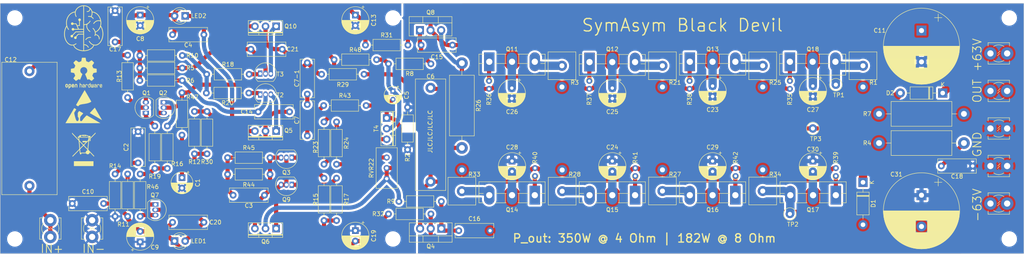
<source format=kicad_pcb>
(kicad_pcb (version 20221018) (generator pcbnew)
  (layers (0 "F.Cu" signal) (31 "B.Cu" signal) (34 "B.Paste" user) (35 "F.Paste" user) (36 "B.SilkS" user "B.Silkscreen") (37 "F.SilkS" user "F.Silkscreen") (38 "B.Mask" user) (39 "F.Mask" user) (44 "Edge.Cuts" user))
  (net 0 "")
  (net 1 "Net-(C1-Pad1)")
  (net 2 "GNDA")
  (net 3 "Net-(Q1-B)")
  (net 4 "Net-(Q5-C)")
  (net 5 "Net-(Q3-C)")
  (net 6 "Net-(LED2-A)")
  (net 7 "Net-(LED2-K)")
  (net 8 "Net-(T4-C)")
  (net 9 "Net-(Q6-C)")
  (net 10 "Net-(Q8-E)")
  (net 11 "Net-(Q4-E)")
  (net 12 "Net-(C7-1-Pad2)")
  (net 13 "Net-(C7-Pad2)")
  (net 14 "Net-(Q2-B)")
  (net 15 "Net-(LED1-K)")
  (net 16 "+VDC")
  (net 17 "GND")
  (net 18 "Net-(J1-Pin_1)")
  (net 19 "Net-(C12-Pad2)")
  (net 20 "Net-(Q2-C)")
  (net 21 "Net-(Q8-B)")
  (net 22 "Net-(Q4-B)")
  (net 23 "-VDC")
  (net 24 "Net-(C18-Pad1)")
  (net 25 "Net-(LED1-A)")
  (net 26 "Net-(Q1-C)")
  (net 27 "Net-(Q10-C)")
  (net 28 "Net-(D1-K)")
  (net 29 "Net-(J3-Pin_1)")
  (net 30 "Net-(Q1-E)")
  (net 31 "Net-(Q2-E)")
  (net 32 "Net-(Q3-E)")
  (net 33 "Net-(Q3-B)")
  (net 34 "Net-(Q5-E)")
  (net 35 "Net-(Q7-E)")
  (net 36 "Net-(Q7-C)")
  (net 37 "Net-(Q9-E)")
  (net 38 "Net-(Q10-E)")
  (net 39 "Net-(Q11-B)")
  (net 40 "Net-(Q11-E)")
  (net 41 "Net-(Q12-B)")
  (net 42 "Net-(Q12-E)")
  (net 43 "Net-(Q13-B)")
  (net 44 "Net-(Q13-E)")
  (net 45 "Net-(Q14-B)")
  (net 46 "Net-(Q14-E)")
  (net 47 "Net-(Q15-B)")
  (net 48 "Net-(Q15-E)")
  (net 49 "Net-(Q16-B)")
  (net 50 "Net-(Q16-E)")
  (net 51 "Net-(Q17-B)")
  (net 52 "Net-(Q17-E)")
  (net 53 "Net-(Q18-B)")
  (net 54 "Net-(Q18-E)")
  (net 55 "Net-(R10-Pad2)")
  (net 56 "Net-(R16-Pad2)")
  (net 57 "Net-(T3-E)")
  (net 58 "Net-(T2-E)")
  (net 59 "Net-(T4-B)")
  (net 60 "Net-(R24-Pad2)")
  (footprint "Capacitor_THT:C_Rect_L26.5mm_W7.0mm_P22.50mm_MKS4" (layer "F.Cu") (at 126 82.25 -90)
    (fp_text reference "C6")
    (fp_text value "680n")
  )
  (footprint "Resistor_THT:R_Axial_DIN0207_L6.3mm_D2.5mm_P10.16mm_Horizontal" (layer "F.Cu") (at 50.5 102.92 -90)
    (fp_text reference "R14")
    (fp_text value "22k")
  )
  (footprint "LED_THT:LED_D3.0mm" (layer "F.Cu") (at 64.725 119)
    (fp_text reference "LED1")
    (fp_text value "RED")
  )
  (footprint "Resistor_THT:R_Axial_DIN0207_L6.3mm_D2.5mm_P10.16mm_Horizontal" (layer "F.Cu") (at 110.42 72)
    (fp_text reference "R31")
    (fp_text value "47")
  )
  (footprint "Resistor_THT:R_Axial_DIN0207_L6.3mm_D2.5mm_P10.16mm_Horizontal" (layer "F.Cu") (at 126.08 76.5 180)
    (fp_text reference "R8")
    (fp_text value "22")
  )
  (footprint "TerminalBlock_MetzConnect:TerminalBlock_MetzConnect_360381_1x01_Horizontal_ScrewM3.0" (layer "F.Cu") (at 260 92)
    (fp_text reference "J7" hide)
    (fp_text value "SPK_GND")
  )
  (footprint "Resistor_THT:R_Axial_DIN0207_L6.3mm_D2.5mm_P10.16mm_Horizontal" (layer "F.Cu") (at 103.5 103.92 -90)
    (fp_text reference "R17")
    (fp_text value "100")
  )
  (footprint "Capacitor_THT:C_Rect_L9.0mm_W3.2mm_P7.50mm_MKT" (layer "F.Cu") (at 84.75 88)
    (fp_text reference "C14")
    (fp_text value "100p")
  )
  (footprint "Capacitor_THT:C_Rect_L9.0mm_W3.2mm_P7.50mm_MKT" (layer "F.Cu") (at 131.25 72 180)
    (fp_text reference "C15")
    (fp_text value "100p")
  )
  (footprint "Package_TO_SOT_THT:TO-92_Inline" (layer "F.Cu") (at 85.23 78.86)
    (fp_text reference "T3")
    (fp_text value "2N5401")
  )
  (footprint "Resistor_THT:R_Axial_DIN0204_L3.6mm_D1.6mm_P1.90mm_Vertical" (layer "F.Cu") (at 175 103.405 90)
    (fp_text reference "R41")
    (fp_text value "4R7")
  )
  (footprint "Capacitor_THT:C_Rect_L9.0mm_W3.2mm_P7.50mm_MKT" (layer "F.Cu") (at 64.25 69.5)
    (fp_text reference "C4")
    (fp_text value "100n")
  )
  (footprint "Package_TO_SOT_THT:TO-3PB-3_Vertical" (layer "F.Cu") (at 164.045 76.075)
    (fp_text reference "Q12")
    (fp_text value "MJL3281")
  )
  (footprint "Capacitor_THT:CP_Radial_D18.0mm_P7.50mm" (layer "F.Cu") (at 243.5 108 -90)
    (fp_text reference "C31")
    (fp_text value "680µ 100V")
  )
  (footprint "Package_TO_SOT_THT:TO-92_Inline" (layer "F.Cu") (at 57.86 88.27 90)
    (fp_text reference "Q1")
    (fp_text value "2N5551")
  )
  (footprint "Package_TO_SOT_THT:TO-92_Inline" (layer "F.Cu") (at 60.14 110.23 -90)
    (fp_text reference "Q7")
    (fp_text value "2N5551")
  )
  (footprint "Resistor_THT:R_Axial_DIN0204_L3.6mm_D1.6mm_P1.90mm_Vertical" (layer "F.Cu") (at 199 103.405 90)
    (fp_text reference "R42")
    (fp_text value "4R7")
  )
  (footprint "Capacitor_THT:CP_Radial_D6.3mm_P2.50mm" (layer "F.Cu") (at 169.5 99.817621 -90)
    (fp_text reference "C24")
    (fp_text value "22µ 100V")
  )
  (footprint "MountingHole:MountingHole_3.2mm_M3" (layer "F.Cu") (at 264.5 65.5)
    (fp_text reference "REF**" hide)
    (fp_text value "MountingHole_3.2mm_M3" hide)
  )
  (footprint "Resistor_THT:R_Axial_Power_L20.0mm_W6.4mm_P5.08mm_Vertical" (layer "F.Cu") (at 133.5 107.04 90)
    (fp_text reference "R33")
    (fp_text value "0R22 5W")
  )
  (footprint "Resistor_THT:R_Axial_DIN0207_L6.3mm_D2.5mm_P10.16mm_Horizontal" (layer "F.Cu") (at 120.5 97.08 90)
    (fp_text reference "R2")
    (fp_text value "10")
  )
  (footprint "Package_TO_SOT_THT:TO-126-3_Vertical" (layer "F.Cu") (at 89.04 92.625 180)
    (fp_text reference "Q5")
    (fp_text value "MJE350")
  )
  (footprint "Resistor_THT:R_Axial_DIN0207_L6.3mm_D2.5mm_P10.16mm_Horizontal" (layer "F.Cu") (at 82.5 83.5 180)
    (fp_text reference "R20")
    (fp_text value "22")
  )
  (footprint "Resistor_THT:R_Axial_DIN0204_L3.6mm_D1.6mm_P1.90mm_Vertical" (layer "F.Cu") (at 212 80.595 -90)
    (fp_text reference "R35")
    (fp_text value "4R7")
  )
  (footprint "Resistor_THT:R_Axial_DIN0204_L3.6mm_D1.6mm_P1.90mm_Vertical" (layer "F.Cu") (at 223 103.405 90)
    (fp_text reference "R39")
    (fp_text value "4R7")
  )
  (footprint "Resistor_THT:R_Axial_DIN0207_L6.3mm_D2.5mm_P10.16mm_Horizontal" (layer "F.Cu") (at 115.92 112.5)
    (fp_text reference "R32")
    (fp_text value "47")
  )
  (footprint "Package_TO_SOT_THT:TO-3PB-3_Vertical" (layer "F.Cu") (at 140.05 76)
    (fp_text reference "Q11")
    (fp_text value "MJL3281")
  )
  (footprint "TestPoint:TestPoint_Loop_D2.50mm_Drill1.0mm" (layer "F.Cu") (at 212 112.5)
    (fp_text reference "TP2")
    (fp_text value "MP2")
  )
  (footprint "Capacitor_THT:C_Rect_L9.0mm_W3.2mm_P7.50mm_MKT" (layer "F.Cu") (at 132.75 116.5)
    (fp_text reference "C16")
    (fp_text value "100p")
  )
  (footprint "Resistor_THT:R_Axial_Power_L20.0mm_W6.4mm_P5.08mm_Vertical" (layer "F.Cu") (at 181.5 76.96 -90)
    (fp_text reference "R21")
    (fp_text value "0R22 5W")
  )
  (footprint "Resistor_THT:R_Axial_Power_L20.0mm_W6.4mm_P5.08mm_Vertical" (layer "F.Cu") (at 157.45 76.96 -90)
    (fp_text reference "R3")
    (fp_text value "0R22 5W")
  )
  (footprint "Resistor_THT:R_Axial_DIN0207_L6.3mm_D2.5mm_P10.16mm_Horizontal" (layer "F.Cu") (at 56.42 74.5)
    (fp_text reference "R10")
    (fp_text value "120")
  )
  (footprint "Resistor_THT:R_Axial_Power_L20.0mm_W6.4mm_P5.08mm_Vertical" (layer "F.Cu") (at 205.5 107 90)
    (fp_text reference "R34")
    (fp_text value "0R22 5W")
  )
  (footprint "Resistor_THT:R_Axial_DIN0207_L6.3mm_D2.5mm_P10.16mm_Horizontal" (layer "F.Cu") (at 100.5 90.42 -90)
    (fp_text reference "R23")
    (fp_text value "1k5")
  )
  (footprint "Resistor_THT:R_Axial_DIN0207_L6.3mm_D2.5mm_P10.16mm_Horizontal" (layer "F.Cu") (at 103.5 90.42 -90)
    (fp_text reference "R24")
    (fp_text value "270")
  )
  (footprint "Resistor_THT:R_Axial_DIN0204_L3.6mm_D1.6mm_P1.90mm_Vertical" (layer "F.Cu") (at 188 80.595 -90)
    (fp_text reference "R38")
    (fp_text value "4R7")
  )
  (footprint "Capacitor_THT:C_Rect_L9.0mm_W3.2mm_P7.50mm_MKT" (layer "F.Cu") (at 40.25 110)
    (fp_text reference "C10")
    (fp_text value "100n")
  )
  (footprint "Package_TO_SOT_THT:TO-3PB-3_Vertical" (layer "F.Cu") (at 174.95 108 180)
    (fp_text reference "Q15")
    (fp_text value "MJL1302")
  )
  (footprint "MountingHole:MountingHole_3.2mm_M3" (layer "F.Cu") (at 117 65.5)
    (fp_text reference "REF**" hide)
    (fp_text value "MountingHole_3.2mm_M3" hide)
  )
  (footprint "Resistor_THT:R_Axial_DIN0207_L6.3mm_D2.5mm_P10.16mm_Horizontal" (layer "F.Cu") (at 56.5 102.92 -90)
    (fp_text reference "R46")
    (fp_text value "10k")
  )
  (footprint "Capacitor_THT:C_Rect_L9.0mm_W3.2mm_P7.50mm_MKT" (layer "F.Cu") (at 96.5 76.25 -90)
    (fp_text reference "C7-1")
    (fp_text value "10p")
  )
  (footprint "Diode_THT:D_DO-41_SOD81_P10.16mm_Horizontal" (layer "F.Cu") (at 248.58 83.5 180)
    (fp_text reference "D2")
    (fp_text value "1N4004")
  )
  (footprint "Package_TO_SOT_THT:TO-126-3_Vertical" (layer "F.Cu") (at 89.04 67.5 180)
    (fp_text reference "Q10")
    (fp_text value "MJE350")
  )
  (footprint "Resistor_THT:R_Axial_DIN0207_L6.3mm_D2.5mm_P10.16mm_Horizontal" (layer "F.Cu") (at 100.5 103.92 -90)
    (fp_text reference "R15")
    (fp_text value "100")
  )
  (footprint "Package_TO_SOT_THT:TO-92_Inline" (layer "F.Cu") (at 62.14 85.73 -90)
    (fp_text reference "Q2")
    (fp_text value "2N5551")
  )
  (footprint "Capacitor_THT:CP_Radial_D5.0mm_P2.50mm" (layer "F.Cu") (at 66.5 103.794888 -90)
    (fp_text reference "C1")
    (fp_text value "330µF/16V")
  )
  (footprint "TerminalBlock_MetzConnect:TerminalBlock_MetzConnect_360381_1x01_Horizontal_ScrewM3.0" (layer "F.Cu") (at 260 83)
    (fp_text reference "J3" hide)
    (fp_text value "OUT")
  )
  (footprint "TerminalBlock_MetzConnect:TerminalBlock_MetzConnect_360381_1x01_Horizontal_ScrewM3.0" (layer "F.Cu") (at 260 110)
    (fp_text reference "J5" hide)
    (fp_text value "-63V")
  )
  (footprint "Resistor_THT:R_Axial_DIN0207_L6.3mm_D2.5mm_P10.16mm_Horizontal" (layer "F.Cu") (at 99.92 79)
    (fp_text reference "R29")
    (fp_text value "22k")
  )
  (footprint "Capacitor_THT:CP_Radial_D18.0mm_P7.50mm" (layer "F.Cu") (at 243.5 68.52222 -90)
    (fp_text reference "C11")
    (fp_text value "680µ 100V")
  )
  (footprint "Capacitor_THT:C_Rect_L9.0mm_W3.2mm_P7.50mm_MKT" (layer "F.Cu") (at 56 100.25 90)
    (fp_text reference "C2")
    (fp_text value "680p")
  )
  (footprint "MountingHole:MountingHole_3.2mm_M3" (layer "F.Cu") (at 26.5 65.5)
    (fp_text reference "REF**" hide)
    (fp_text value "MountingHole_3.2mm_M3" hide)
  )
  (footprint "Capacitor_THT:CP_Radial_D6.3mm_P2.50mm" (layer "F.Cu") (at 56.5 64.817621 -90)
    (fp_text reference "C8")
    (fp_text value "22µ 100V")
  )
  (footprint "Package_TO_SOT_THT:TO-3PB-3_Vertical" (layer "F.Cu") (at 188.05 76)
    (fp_text reference "Q13")
    (fp_text value "MJL3281")
  )
  (footprint "Capacitor_THT:CP_Radial_D6.3mm_P2.50mm" (layer "F.Cu") (at 193.5 99.817621 -90)
    (fp_text reference "C29")
    (fp_text value "22µ 100V")
  )
  (footprint "Symbol:OSHW-Logo2_9.8x8mm_SilkScreen" (layer "F.Cu") (at 43 78.75)
    (fp_text reference "REF**" hide)
    (fp_text value "OSHW-Logo2_9.8x8mm_SilkScreen" hide)
  )
  (footprint "TerminalBlock_MetzConnect:TerminalBlock_MetzConnect_360381_1x01_Horizontal_ScrewM3.0" (layer "F.Cu") (at 260 74)
    (fp_text reference "J4" hide)
    (fp_text value "+63V")
  )
  (footprint "TerminalBlock_MetzConnect:TerminalBlock_MetzConnect_360381_1x01_Horizontal_ScrewM3.0" (layer "F.Cu") (at 260 101)
    (fp_text reference "J6" hide)
    (fp_text value "GND")
  )
  (footprint "Resistor_THT:R_Axial_DIN0207_L6.3mm_D2.5mm_P10.16mm_Horizontal" (layer "F.Cu") (at 77.42 99)
    (fp_text reference "R45")
    (fp_text value "22k")
  )
  (footprint "Resistor_THT:R_Axial_Power_L20.0mm_W6.4mm_P5.08mm_Vertical" (layer "F.Cu") (at 229.5 76.96 -90)
    (fp_text reference "R1")
    (fp_text value "0R22 5W")
  )
  (footprint "Capacitor_THT:CP_Radial_D6.3mm_P2.50mm" (layer "F.Cu") (at 108 116.5 -90)
    (fp_text reference "C19")
    (fp_text value "22µ 100V")
  )
  (footprint "Resistor_THT:R_Axial_DIN0614_L14.3mm_D5.7mm_P20.32mm_Horizontal" (layer "F.Cu") (at 233.34 95.5)
    (fp_text reference "R4")
    (fp_text value "4R7 2W")
  )
  (footprint "TerminalBlock_MetzConnect:TerminalBlock_MetzConnect_360381_1x01_Horizontal_ScrewM3.0" (layer "F.Cu") (at 45 118 90)
    (fp_text reference "J2" hide)
    (fp_text value "IN_GND")
  )
  (footprint "Capacitor_THT:CP_Radial_D4.0mm_P2.00mm" (layer "F.Cu") (at 117 83.027401 -90)
    (fp_text reference "C5")
    (fp_text value "47µ/25V")
  )
  (footprint "Resistor_THT:R_Axial_DIN0207_L6.3mm_D2.5mm_P10.16mm_Horizontal" (layer "F.Cu") (at 102.92 75.5)
    (fp_text reference "R48")
    (fp_text value "15")
  )
  (footprint "Resistor_THT:R_Axial_DIN0207_L6.3mm_D2.5mm_P10.16mm_Horizontal" (layer "F.Cu") (at 56.42 77.5)
    (fp_text reference "R5")
    (fp_text value "1k")
  )
  (footprint "Resistor_THT:R_Axial_Power_L20.0mm_W6.4mm_P5.08mm_Vertical" (layer "F.Cu") (at 205.5 76.96 -90)
    (fp_text reference "R25")
    (fp_text value "0R22 5W")
  )
  (footprint "Package_TO_SOT_THT:TO-126-3_Vertical" (layer "F.Cu") (at 89.04 116 180)
    (fp_text reference "Q6")
    (fp_text value "MJE340")
  )
  (footprint "Package_TO_SOT_THT:TO-92_Inline" (layer "F.Cu") (at 85.23 83.86)
    (fp_text reference "T2")
    (fp_text value "2N5401")
  )
  (footprint "Resistor_THT:R_Axial_DIN0207_L6.3mm_D2.5mm_P10.16mm_Horizontal" (layer "F.Cu") (at 63 91.42 -90)
    (fp_text reference "R16")
    (fp_text value "47")
  )
  (footprint "Capacitor_THT:CP_Radial_D6.3mm_P2.50mm" (layer "F.Cu") (at 217.5 99.817621 -90)
    (fp_text reference "C30")
    (fp_text value "22µ 100V")
  )
  (footprint "Package_TO_SOT_THT:TO-3PB-3_Vertical" (layer "F.Cu") (at 150.95 108 180)
    (fp_text reference "Q14")
    (fp_text value "MJL1302")
  )
  (footprint "Capacitor_THT:C_Rect_L9.0mm_W3.2mm_P7.50mm_MKT" (layer "F.Cu") (at 78.75 108)
    (fp_text reference "C3")
    (fp_text value "100n")
  )
  (footprint "Capacitor_THT:C_Rect_L9.0mm_W3.2mm_P7.50mm_MKT" (layer "F.Cu") (at 248.25 101)
    (fp_text reference "C18")
    (fp_text value "47n")
  )
  (footprint "Capacitor_THT:CP_Radial_D6.3mm_P2.50mm" (layer "F.Cu") (at 108 64.817621 -90)
    (fp_text reference "C13")
    (fp_text value "22µ 100V")
  )
  (footprint "Capacitor_THT:CP_Radial_D6.3mm_P2.50mm" (layer "F.Cu") (at 145.45 82.317621 -90)
    (fp_text reference "C26")
    (fp_text value "22µ 100V")
  )
  (footprint "Package_TO_SOT_THT:TO-3PB-3_Vertical" (layer "F.Cu") (at 212 76)
    (fp_text reference "Q18")
    (fp_text value "MJL3281")
  )
  (footprint "Capacitor_THT:CP_Radial_D6.3mm_P2.50mm" (layer "F.Cu") (at 193.5 81.817621 -90)
    (fp_text reference "C23")
    (fp_text value "22µ 100V")
  )
  (footprint "Resistor_THT:R_Axial_Power_L20.0mm_W6.4mm_P5.08mm_Vertical" (layer "F.Cu") (at 157.5 107.04 90)
    (fp_text reference "R28")
    (fp_text value "0R22 5W")
  )
  (footprint "Resistor_THT:R_Axial_DIN0207_L6.3mm_D2.5mm_P10.16mm_Horizontal" (layer "F.Cu") (at 72.5 87.92 -90)
    (fp_text reference "R30")
    (fp_text value "68k")
  )
  (footprint "Capacitor_THT:C_Rect_L9.0mm_W3.2mm_P7.50mm_MKT" (layer "F.Cu") (at 50.5 71.25 90)
    (fp_text reference "C17")
    (fp_text value "100n")
  )
  (footprint "Capacitor_THT:C_Rect_L9.0mm_W3.2mm_P7.50mm_MKT" (layer "F.Cu") (at 96.5 86.25 -90)
    (fp_text reference "C7")
    (fp_text value "10p")
  )
  (footprint "TerminalBlock_MetzConnect:TerminalBlock_MetzConnect_360381_1x01_Horizontal_ScrewM3.0" (layer "F.Cu") (at 35 118 90)
    (fp_text reference "J1" hide)
    (fp_text value "IN")
  )
  (footprint "Resistor_THT:R_Axial_DIN0207_L6.3mm_D2.5mm_P10.16mm_Horizontal" (layer "F.Cu") (at 60 91.42 -90)
    (fp_text reference "R19")
    (fp_text value "47")
  )
  (footprint "Symbol:WEEE-Logo_5.6x8mm_SilkScreen" (layer "F.Cu") (at 43 97)
    (fp_text reference "REF**" hide)
    (fp_text value "WEEE-Logo_5.6x8mm_SilkScreen" hide)
  )
  (footprint "eigene:logo" (layer "F.Cu") (at 43 68)
    (fp_text reference "G***" hide)
    (fp_text value "LOGO" hide)
  )
  (footprint "Package_TO_SOT_THT:TO-3PB-3_Vertical" (layer "F.Cu") (at 198.95 108 180)
    (fp_text reference "Q16")
    (fp_text value "MJL1302")
  )
  (footprint "Resistor_THT:R_Axial_DIN0207_L6.3mm_D2.5mm_P10.16mm_Horizontal" (layer "F.Cu") (at 69.5 87.92 -90)
    (fp_text reference "R12")
    (fp_text value "68k")
  )
  (footprint "Resistor_THT:R_Axial_DIN0204_L3.6mm_D1.6mm_P1.90mm_Vertical" (layer "F.Cu") (at 140 80.595 -90)
    (fp_text reference "R36")
    (fp_text value "4R7")
  )
  (footprint "MountingHole:MountingHole_3.2mm_M3" (layer "F.Cu") (at 264.5 118.5)
    (fp_text reference "REF**" hide)
    (fp_text value "MountingHole_3.2mm_M3" hide)
  )
  (footprint "Resistor_THT:R_Axial_DIN0207_L6.3mm_D2.5mm_P10.16mm_Horizontal" (layer "F.Cu") (at 53.5 102.92 -90)
    (fp_text reference "R11")
    (fp_text value "390")
  )
  (footprint "Package_TO_SOT_THT:TO-92_Inline" (layer "F.Cu") (at 92.77 99 180)
    (fp_text reference "Q3")
    (fp_text value "2N5551")
  )
  (footprint "Potentiometer_THT:Potentiometer_Bourns_3296W_Vertical" (layer "F.Cu") (at 115.5 98.96 90)
    (fp_text reference "RVR22")
    (fp_text value "500")
  )
  (footprint "Resistor_THT:R_Axial_DIN0204_L3.6mm_D1.6mm_P1.90mm_Vertical" (layer "F.Cu") (at 164 80.595 -90)
    (fp_text reference "R37")
    (fp_text value "4R7")
  )
  (footprint "Resistor_THT:R_Axial_DIN0207_L6.3mm_D2.5mm_P10.16mm_Horizontal" (layer "F.Cu") (at 66.5 93.58 90)
    (fp_text reference "R47")
    (fp_text value "820")
  )
  (footprint "Capacitor_THT:CP_Radial_D6.3mm_P2.50mm" (layer "F.Cu") (at 56.5 119.182379 90)
    (fp_text reference "C9")
    (fp_text value "22µ 100V")
  )
  (footprint "Resistor_THT:R_Axial_Power_L20.0mm_W6.4mm_P5.08mm_Vertical" (layer "F.Cu") (at 181.5 107 90)
    (fp_text reference "R27")
    (fp_text value "0R22 5W")
  )
  (footprint "Package_TO_SOT_THT:TO-126-3_Vertical" (layer "F.Cu") (at 115.5 89.5 -90)
    (fp_text reference "T4")
    (fp_text value "BD139")
  )
  (footprint "Package_TO_SOT_THT:TO-3PB-3_Vertical" (layer "F.Cu") (at 223 108 180)
    (fp_text reference "Q17")
    (fp_text value "MJL1302")
  )
  (footprint "Capacitor_THT:CP_Radial_D6.3mm_P2.50mm" (layer "F.Cu") (at 169.5 82.317621 -90)
    (fp_text reference "C25")
    (fp_text value "22µ 100V")
  )
  (footprint "Symbol:ESD-Logo_8.9x8mm_SilkScreen" (layer "F.Cu") (at 43 86.75)
    (fp_text reference "REF**" hide)
    (fp_text value "ESD-Logo_8.9x8mm_SilkScreen" hide)
  )
  (footprint "Resistor_THT:R_Axial_DIN0207_L6.3mm_D2.5mm_P10.16mm_Horizontal" (layer "F.Cu") (at 100.42 86.5)
    (fp_text reference "R43")
    (fp_text value "470")
  )
  (footprint "MountingHole:MountingHole_3.2mm_M3" (layer "F.Cu") (at 117 118.5)
    (fp_text reference "REF**" hide)
    (fp_text value "MountingHole_3.2mm_M3" hide)
  )
  (footprint "Resistor_THT:R_Axial_DIN0207_L6.3mm_D2.5mm_P10.16mm_Horizontal" (layer "F.Cu") (at 72.42 79)
    (fp_text reference "R18")
    (fp_text value "22")
  )
  (footprint "Capacitor_THT:C_Rect_L9.0mm_W3.2mm_P7.50mm_MKT" (layer "F.Cu") (at 71.75 114.5 180)
    (fp_text reference "C20")
    (fp_text value "100n")
  )
  (footprint "Resistor_THT:R_Axial_DIN0204_L3.6mm_D1.6mm_P1.90mm_Vertical" (layer "F.Cu") (at 151 103.405 90)
    (fp_text reference "R40")
    (fp_text value "4R7")
  )
  (footprint "LED_THT:LED_D3.0mm" (layer "F.Cu") (at 67.275 65 180)
    (fp_text reference "LED2")
    (fp_text value "BLUE")
  )
  (footprint "Capacitor_THT:C_Rect_L9.0mm_W3.2mm_P7.50mm_MKT" (layer "F.Cu") (at 83 73)
    (fp_text reference "C21")
    (fp_text value "100p")
  )
  (footprint "Resistor_THT:R_Axial_DIN0207_L6.3mm_D2.5mm_P10.16mm_Horizontal" (layer "F.Cu") (at 118.42 109.5)
    (fp_text reference "R9")
    (fp_text value "22")
  )
  (footprint "MountingHole:MountingHole_3.2mm_M3" (layer "F.Cu") (at 26.5 118.5)
    (fp_text reference "REF**" hide)
    (fp_text value "MountingHole_3.2mm_M3" hide)
  )
  (footprint "Resistor_THT:R_Axial_DIN0614_L14.3mm_D5.7mm_P20.32mm_Horizontal" (layer "F.Cu") (at 233.34 88.5)
    (fp_text reference "R7")
    (fp_text value "10 2W")
  )
  (footprint "Diode_THT:D_DO-41_SOD81_P10.16mm_Horizontal" (layer "F.Cu") (at 229.5 104.92 -90)
    (fp_text reference "D1")
    (fp_text value "1N4004")
  )
  (footprint "Resistor_THT:R_Axial_DIN0207_L6.3mm_D2.5mm_P10.16mm_Horizontal" (layer "F.Cu") (at 77.42 103)
    (fp_text reference "R44")
    (fp_text value "15k")
  )
  (footprint "Resistor_THT:R_Axial_DIN0614_L14.3mm_D5.7mm_P20.32mm_Horizontal" (layer "F.Cu") (at 133.5 76.34 -90)
    (fp_text reference "R26")
    (fp_text value "68 2W")
  )
  (footprint "Package_TO_SOT_THT:TO-220-3_Vertical" (layer "F.Cu") (at 128.58 116 180)
    (fp_text reference "Q4")
    (fp_text value "MJE15031")
  )
  (footprint "Package_TO_SOT_THT:TO-220-3_Vertical" (layer "F.Cu") (at 123.46 68.445)
    (fp_text reference "Q8")
    (fp_text value "MJE15030")
  )
  (footprint "TestPoint:TestPoint_Loop_D2.50mm_Drill1.0mm" (layer "F.Cu") (at 223 81.5)
    (fp_text reference "TP1")
    (fp_text value "MP1")
  )
  (footprint "Package_TO_SOT_THT:TO-92_Inline" (layer "F.Cu") (at 92.77 105.5 180)
    (fp_text reference "Q9")
    (fp_text value "2N5551")
  )
  (footprint "TestPoint:TestPoint_Loop_D2.50mm_Drill1.0mm" (layer "F.Cu") (at 217.5 92)
    (fp_text reference "TP3")
    (fp_text value "MP2")
  )
  (footprint "Resistor_THT:R_Axial_DIN0207_L6.3mm_D2.5mm_P10.16mm_Horizontal" (layer "F.Cu") (at 56.42 80.5)
    (fp_text reference "R6")
    (fp_text value "1k")
  )
  (footprint "Capacitor_THT:CP_Radial_D6.3mm_P2.50mm" (layer "F.Cu") (at 145.5 99.817621 -90)
    (fp_text reference "C28")
    (fp_text value "22µ 100V")
  )
  (footprint "Capacitor_THT:C_Rect_L31.5mm_W13.0mm_P27.50mm_MKS4" (layer "F.Cu") (at 30 105.75 90)
    (fp_text reference "C12")
    (fp_text value "10µ")
  )
  (footprint "Capacitor_THT:CP_Radial_D6.3mm_P2.50mm" (layer "F.Cu") (at 217.5 81.817621 -90)
    (fp_text reference "C27")
    (fp_text value "22µ 100V")
  )
  (footprint "Resistor_THT:R_Axial_DIN0207_L6.3mm_D2.5mm_P10.16mm_Horizontal" (layer "F.Cu") (at 53.5 74.42 -90)
    (fp_text reference "R13")
    (fp_text value "680")
  )
  (gr_line (start 117 96) (end 117 88) (stroke (width 0.3)) (layer "F.SilkS"))
  (gr_line (start 82.5 69) (end 90.5 69) (stroke (width 0.3)) (layer "F.SilkS"))
  (gr_line (start 82.5 117.5) (end 90.5 117.5) (stroke (width 0.3)) (layer "F.SilkS"))
  (gr_line (start 90.5 94) (end 82.5 94) (stroke (width 0.3)) (layer "F.SilkS"))
  (gr_line (start 268 62) (end 268 122) (stroke (width 0.1)) (layer "Edge.Cuts"))
  (gr_line (start 23 62) (end 268 62) (stroke (width 0.1)) (layer "Edge.Cuts"))
  (gr_line (start 23 122) (end 23 62) (stroke (width 0.1)) (layer "Edge.Cuts"))
  (gr_line (start 268 122) (end 23 122) (stroke (width 0.1)) (layer "Edge.Cuts"))
  (gr_text "IN-" (at 42.5 122) (layer "F.SilkS") (effects (font (size 2 2) (thickness 0.2)) (justify left bottom)))
  (gr_text "P_out: 350W @ 4 Ohm | 182W @ 8 Ohm" (at 145.5 119.5) (layer "F.SilkS") (effects (font (size 2 2) (thickness 0.3)) (justify left bottom)))
  (gr_text "GND" (at 258 99 90) (layer "F.SilkS") (effects (font (size 2 2) (thickness 0.2)) (justify left bottom)))
  (gr_text "SymAsym Black Devil" (at 162 69) (layer "F.SilkS") (effects (font (size 3 3) (thickness 0.3)) (justify left bottom)))
  (gr_text "JLCJLCJLCJLC" (at 126.5 98 90) (layer "F.SilkS") (effects (font (size 1 1)) (justify left bottom)))
  (gr_text "IN+" (at 32.5 122) (layer "F.SilkS") (effects (font (size 2 2) (thickness 0.2)) (justify left bottom)))
  (gr_text "+63V" (at 258 78.5 90) (layer "F.SilkS") (effects (font (size 2 2) (thickness 0.2)) (justify left bottom)))
  (gr_text "-63V" (at 258 114.5 90) (layer "F.SilkS") (effects (font (size 2 2) (thickness 0.2)) (justify left bottom)))
  (gr_text "OUT" (at 258 86 90) (layer "F.SilkS") (effects (font (size 2 2) (thickness 0.2)) (justify left bottom)))
  (segment (start 66.5 93.58) (end 66.5 103.794888) (width 1) (layer "F.Cu") (net 1))
  (segment (start 54.063345 100.25) (end 56 100.25) (width 1) (layer "F.Cu") (net 3))
  (segment (start 55.234106 86.314106) (end 53.5 84.58) (width 1) (layer "F.Cu") (net 3))
  (segment (start 55.234106 87.685893) (end 54.71 88.21) (width 1) (layer "F.Cu") (net 3))
  (segment (start 53.5 99.686654) (end 53.5 91.131198) (width 1) (layer "F.Cu") (net 3))
  (segment (start 53.335 100.085) (end 50.5 102.92) (width 1) (layer "F.Cu") (net 3))
  (segment (start 56.89 87) (end 57.86 87) (width 1) (layer "F.Cu") (net 3))
  (arc (start 53.665 100.085) (mid 53.847762 100.207117) (end 54.063345 100.25) (width 1) (layer "F.Cu") (net 3))
  (arc (start 55.234106 86.314106) (mid 55.993836 86.821741) (end 56.89 87) (width 1) (layer "F.Cu") (net 3))
  (arc (start 55.234106 87.685893) (mid 55.518212 86.999999) (end 55.234106 86.314106) (width 1) (layer "F.Cu") (net 3))
  (arc (start 56.89 87) (mid 55.993836 87.178257) (end 55.234106 87.685893) (width 1) (layer "F.Cu") (net 3))
  (arc (start 53.665 100.085) (mid 53.5 100.016654) (end 53.335 100.085) (width 1) (layer "F.Cu") (net 3))
  (arc (start 53.335 100.085) (mid 53.457117 99.902237) (end 53.5 99.686654) (width 1) (layer "F.Cu") (net 3))
  (arc (start 53.5 99.686654) (mid 53.542882 99.902237) (end 53.665 100.085) (width 1) (layer "F.Cu") (net 3))
  (arc (start 54.71 88.21) (mid 53.814468 89.550257) (end 53.5 91.131198) (width 1) (layer "F.Cu") (net 3))
  (segment (start 78.085 107.335) (end 78.75 108) (width 1) (layer "F.Cu") (net 4))
  (segment (start 80.246036 99) (end 77.42 99) (width 1) (layer "F.Cu") (net 4))
  (segment (start 86.5 93.8125) (end 86.5 92.625) (width 1) (layer "F.Cu") (net 4))
  (segment (start 77.42 103) (end 77.42 105.729547) (width 1) (layer "F.Cu") (net 4))
  (segment (start 86.5 91.3125) (end 86.5 92.625) (width 1) (layer "F.Cu") (net 4))
  (segment (start 85.66031 95.839689) (end 84.093792 97.406207) (width 1) (layer "F.Cu") (net 4))
  (segment (start 87.499999 88.999999) (end 87.428077 89.071922) (width 1) (layer "F.Cu") (net 4))
  (segment (start 89.914213 88) (end 92.25 88) (width 1) (layer "F.Cu") (net 4))
  (segment (start 77.42 99) (end 77.42 103) (width 1) (layer "F.Cu") (net 4))
  (arc (start 77.42 105.729547) (mid 77.592827 106.598412) (end 78.085 107.335) (width 1) (layer "F.Cu") (net 4))
  (arc (start 87.428077 89.071922) (mid 86.741199 90.099908) (end 86.5 91.3125) (width 1) (layer "F.Cu") (net 4))
  (arc (start 89.914213 88) (mid 88.60765 88.259891) (end 87.499999 88.999999) (width 1) (layer "F.Cu") (net 4))
  (arc (start 84.093792 97.406207) (mid 82.328426 98.585786) (end 80.246036 99) (width 1) (layer "F.Cu") (net 4))
  (arc (start 86.5 93.8125) (mid 86.281771 94.909606) (end 85.66031 95.839689) (width 1) (layer "F.Cu") (net 4))
  (segment (start 87.58 99) (end 87.58 105.729547) (width 1) (layer "F.Cu") (net 5))
  (segment (start 85.105 109.145) (end 85.585 108.665) (width 1) (layer "F.Cu") (net 5))
  (segment (start 83.96 111.909274) (end 83.96 116) (width 1) (layer "F.Cu") (net 5))
  (segment (start 87.58 99) (end 90.23 99) (width 1) (layer "F.Cu") (net 5))
  (segment (start 86.915 107.335) (end 85.585 108.665) (width 1) (layer "F.Cu") (net 5))
  (arc (start 85.105 109.145) (mid 84.257575 110.413259) (end 83.96 111.909274) (width 1) (layer "F.Cu") (net 5))
  (arc (start 87.58 105.729547) (mid 87.407172 106.598412) (end 86.915 107.335) (width 1) (layer "F.Cu") (net 5))
  (segment (start 56.42 74.100868) (end 56.42 80.5) (width 1) (layer "F.Cu") (net 6))
  (segment (start 110.42 68.406606) (end 110.42 72) (width 1) (layer "F.Cu") (net 6))
  (segment (start 64.423659 64.817621) (end 56.5 64.817621) (width 1) (layer "F.Cu") (net 6))
  (segment (start 107.091189 63.90881) (end 107.887704 64.705325) (width 1) (layer "F.Cu") (net 6))
  (segment (start 53 68.543174) (end 53 70.375) (width 1) (layer "F.Cu") (net 6))
  (segment (start 64.735 68.672053) (end 64.735 65.128961) (width 1) (layer "F.Cu") (net 6))
  (segment (start 55.841189 64.817621) (end 56.5 64.817621) (width 1) (layer "F.Cu") (net 6))
  (segment (start 53.875 71.25) (end 52.125 71.25) (width 1) (layer "F.Cu") (net 6))
  (segment (start 66.89449 63) (end 104.897126 63) (width 1) (layer "F.Cu") (net 6))
  (segment (start 64.994861 64.005138) (end 65.3675 63.6325) (width 1) (layer "F.Cu") (net 6))
  (segment (start 64.4925 69.2575) (end 64.25 69.5) (width 1) (layer "F.Cu") (net 6))
  (segment (start 64.735 64.871038) (end 64.735 65.128961) (width 1) (layer "F.Cu") (net 6))
  (segment (start 108.429916 64.929916) (end 109.36881 65.86881) (width 1) (layer "F.Cu") (net 6))
  (segment (start 54.091189 65.90881) (end 54.716529 65.28347) (width 1) (layer "F.Cu") (net 6))
  (segment (start 52.125 71.25) (end 50.5 71.25) (width 1) (layer "F.Cu") (net 6))
  (segment (start 55.368718 71.868718) (end 55.585 72.085) (width 1) (layer "F.Cu") (net 6))
  (segment (start 64.735 64.6325) (end 64.735 64.871038) (width 1) (layer "F.Cu") (net 6))
  (arc (start 55.368718 71.868718) (mid 54.683394 71.410799) (end 53.875 71.25) (width 1) (layer "F.Cu") (net 6))
  (arc (start 64.64381 64.90881) (mid 64.542804 64.84132) (end 64.423659 64.817621) (width 1) (layer "F.Cu") (net 6))
  (arc (start 108.429916 64.929916) (mid 108.305531 64.846805) (end 108.15881 64.817621) (width 1) (layer "F.Cu") (net 6))
  (arc (start 107.887704 64.705325) (mid 108.012088 64.788436) (end 108.15881 64.817621) (width 1) (layer "F.Cu") (net 6))
  (arc (start 64.994861 64.005138) (mid 64.802535 64.292974) (end 64.735 64.6325) (width 1) (layer "F.Cu") (net 6))
  (arc (start 52.125 71.25) (mid 52.743718 70.993718) (end 53 70.375) (width 1) (layer "F.Cu") (net 6))
  (arc (start 109.36881 65.86881) (mid 110.146804 67.03316) (end 110.42 68.406606) (width 1) (layer "F.Cu") (net 6))
  (arc (start 66.89449 63) (mid 66.068088 63.164381) (end 65.3675 63.6325) (width 1) (layer "F.Cu") (net 6))
  (arc (start 64.64381 64.90881) (mid 64.702024 64.920389) (end 64.735 64.871038) (width 1) (layer "F.Cu") (net 6))
  (arc (start 64.735 65.128961) (mid 64.7113 65.009816) (end 64.64381 64.90881) (width 1) (layer "F.Cu") (net 6))
  (arc (start 64.735 68.672053) (mid 64.671976 68.988894) (end 64.4925 69.2575) (width 1) (layer "F.Cu") (net 6))
  (arc (start 54.091189 65.90881) (mid 53.28359 67.117466) (end 53 68.543174) (width 1) (layer "F.Cu") (net 6))
  (arc (start 107.091189 63.90881) (mid 106.084544 63.236192) (end 104.897126 63) (width 1) (layer "F.Cu") (net 6))
  (arc (start 53 70.375) (mid 53.256281 70.993718) (end 53.875 71.25) (width 1) (layer "F.Cu") (net 6))
  (arc (start 55.841189 64.817621) (mid 55.232527 64.938691) (end 54.716529 65.28347) (width 1) (layer "F.Cu") (net 6))
  (arc (start 55.585 72.085) (mid 56.20299 73.009888) (end 56.42 74.100868) (width 1) (layer "F.Cu") (net 6))
  (segment (start 68.1375 65) (end 67.275 65) (width 1) (layer "F.Cu") (net 7))
  (segment (start 79.1475 92.625) (end 77.8525 92.625) (width 1) (layer "F.Cu") (net 7))
  (segment (start 76.747148 92.167148) (end 72.5 87.92) (width 1) (layer "F.Cu") (net 7))
  (segment (start 71.75 67.926776) (end 71.75 69.5) (width 1) (layer "F.Cu") (net 7))
  (segment (start 71.625 67.625) (end 69.609879 65.609879) (width 1) (layer "F.Cu") (net 7))
  (segment (start 78.5 91.9775) (end 78.5 85) (width 1) (layer "F.Cu") (net 7))
  (segment (start 72.176776 67.5) (end 83.96 67.5) (width 1) (layer "F.Cu") (net 7))
  (segment (start 79.1475 92.625) (end 83.96 92.625) (width 1) (layer "F.Cu") (net 7))
  (segment (start 72.5 87.92) (end 69.5 87.92) (width 1) (layer "F.Cu") (net 7))
  (via (at 78.5 85) (size 0.8) (drill 0.4) (layers "F.Cu" "B.Cu") (net 7))
  (arc (start 72.176776 67.5) (mid 72.013456 67.532486) (end 71.875 67.625) (width 1) (layer "F.Cu") (net 7))
  (arc (start 76.747148 92.167148) (mid 77.254287 92.506008) (end 77.8525 92.625) (width 1) (layer "F.Cu") (net 7))
  (arc (start 69.609879 65.609879) (mid 68.934345 65.158502) (end 68.1375 65) (width 1) (layer "F.Cu") (net 7))
  (arc (start 71.75 67.926776) (mid 71.717513 67.763456) (end 71.625 67.625) (width 1) (layer "F.Cu") (net 7))
  (arc (start 78.5 91.9775) (mid 78.689648 92.435351) (end 79.1475 92.625) (width 1) (layer "F.Cu") (net 7))
  (arc (start 77.8525 92.625) (mid 78.310351 92.435351) (end 78.5 91.9775) (width 1) (layer "F.Cu") (net 7))
  (arc (start 71.875 67.625) (mid 71.782486 67.763456) (end 71.75 67.926776) (width 1) (layer "F.Cu") (net 7))
  (arc (start 71.625 67.625) (mid 71.75 67.676776) (end 71.875 67.625) (width 1) (layer "F.Cu") (net 7))
  (segment (start 78.5 82.75) (end 78.5 85) (width 1) (layer "B.Cu") (net 7))
  (segment (start 71.75 71.625) (end 71.75 69.5) (width 1) (layer "B.Cu") (net 7))
  (segment (start 73.252601 75.252601) (end 76.909009 78.909009) (width 1) (layer "B.Cu") (net 7))
  (arc (start 76.909009 78.909009) (mid 78.086514 80.67127) (end 78.5 82.75) (width 1) (layer "B.Cu") (net 7))
  (arc (start 71.75 71.625) (mid 72.140513 73.588243) (end 73.252601 75.252601) (width 1) (layer "B.Cu") (net 7))
  (segment (start 114.212893 75.5) (end 113.08 75.5) (width 1) (layer "F.Cu") (net 8))
  (segment (start 115.42 76) (end 115.92 76.5) (width 1) (layer "F.Cu") (net 8))
  (arc (start 115.42 76) (mid 114.866174 75.629945) (end 114.212893 75.5) (width 1) (layer "F.Cu") (net 8))
  (segment (start 117.75 83.777401) (end 117 83.027401) (width 1) (layer "B.Cu") (net 8))
  (segment (start 115.98 92.04) (end 115.5 92.04) (width 1) (layer "B.Cu") (net 8))
  (segment (start 118.5 85.588061) (end 118.5 88.557502) (width 1) (layer "B.Cu") (net 8))
  (segment (start 115.92 81.183725) (end 115.92 76.5) (width 1) (layer "B.Cu") (net 8))
  (segment (start 116.46 82.487401) (end 117 83.027401) (width 1) (layer "B.Cu") (net 8))
  (segment (start 116.799411 91.700588) (end 117.48 91.02) (width 1) (layer "B.Cu") (net 8))
  (arc (start 118.5 88.557502) (mid 118.23491 89.890196) (end 117.48 91.02) (width 1) (layer "B.Cu") (net 8))
  (arc (start 117.75 83.777401) (mid 118.305081 84.608138) (end 118.5 85.588061) (width 1) (layer "B.Cu") (net 8))
  (arc (start 115.92 81.183725) (mid 116.060341 81.889269) (end 116.46 82.487401) (width 1) (layer "B.Cu") (net 8))
  (arc (start 116.799411 91.700588) (mid 116.423462 91.951789) (end 115.98 92.04) (width 1) (layer "B.Cu") (net 8))
  (segment (start 117.749999 100.749999) (end 117.53033 100.969669) (width 1) (layer "F.Cu") (net 9))
  (segment (start 118.5 92.06066) (end 118.5 98.939339) (width 1) (layer "F.Cu") (net 9))
  (segment (start 115.5 101.5) (end 115.5 104.04) (width 1) (layer "F.Cu") (net 9))
  (segment (start 115.541101 86.486299) (end 115.5137 86.5137) (width 1) (layer "F.Cu") (net 9))
  (segment (start 115.541101 86.486299) (end 117 85.027401) (width 1) (layer "F.Cu") (net 9))
  (segment (start 115.508025 86.5) (end 110.58 86.5) (width 1) (layer "F.Cu") (net 9))
  (segment (start 115.5 101.5) (end 116.25 101.5) (width 1) (layer "F.Cu") (net 9))
  (segment (start 117.75 90.25) (end 117.53033 90.03033) (width 1) (layer "F.Cu") (net 9))
  (segment (start 115.5 86.546776) (end 115.5 88.75) (width 1) (layer "F.Cu") (net 9))
  (arc (start 117.75 90.25) (mid 118.305081 91.080737) (end 118.5 92.06066) (width 1) (layer "F.Cu") (net 9))
  (arc (start 115.5 88.75) (mid 115.719669 89.28033) (end 116.25 89.5) (width 1) (layer "F.Cu") (net 9))
  (arc (start 115.508025 86.5) (mid 115.525925 86.496439) (end 115.541101 86.486299) (width 1) (layer "F.Cu") (net 9))
  (arc (start 115.5137 86.5137) (mid 115.515439 86.504954) (end 115.508025 86.5) (width 1) (layer "F.Cu") (net 9))
  (arc (start 117.53033 100.969669) (mid 116.942909 101.362171) (end 116.25 101.5) (width 1) (layer "F.Cu") (net 9))
  (arc (start 118.5 98.939339) (mid 118.305081 99.919261) (end 117.749999 100.749999) (width 1) (layer "F.Cu") (net 9))
  (arc (start 115.5137 86.5137) (mid 115.50356 86.528875) (end 115.5 86.546776) (width 1) (layer "F.Cu") (net 9))
  (arc (start 117.53033 90.03033) (mid 116.942909 89.637828) (end 116.25 89.5) (width 1) (layer "F.Cu") (net 9))
  (segment (start 86.5 114.414213) (end 86.5 116) (width 1) (layer "B.Cu") (net 9))
  (segment (start 115.5 104.04) (end 117.521974 106.061974) (width 1) (layer "B.Cu") (net 9))
  (segment (start 115.5 104.04) (end 110.133792 109.406207) (width 1) (layer "B.Cu") (net 9))
  (segment (start 118.42 108.23) (end 118.42 109.5) (width 1) (layer "B.Cu") (net 9))
  (segment (start 89.914213 111) (end 106.286036 111) (width 1) (layer "B.Cu") (net 9))
  (arc (start 89.914213 111) (mid 88.60765 111.259891) (end 87.5 112) (width 1) (layer "B.Cu") (net 9))
  (arc (start 117.521974 106.061974) (mid 118.18661 107.056672) (end 118.42 108.23) (width 1) (layer "B.Cu") (net 9))
  (arc (start 110.133792 109.406207) (mid 108.368426 110.585786) (end 106.286036 111) (width 1) (layer "B.Cu") (net 9))
  (arc (start 87.5 112) (mid 86.759891 113.10765) (end 86.5 114.414213) (width 1) (layer "B.Cu") (net 9))
  (segment (start 193.812784 79.5) (end 205.882215 79.5) (width 1) (layer "F.Cu") (net 10))
  (segment (start 163.4975 82.495) (end 163.65 82.495) (width 1) (layer "F.Cu") (net 10))
  (segment (start 187.65 82.495) (end 187.4975 82.495) (width 1) (layer "F.Cu") (net 10))
  (segment (start 166.197499 80.997499) (end 164.947487 82.247512) (width 1) (layer "F.Cu") (net 10))
  (segment (start 211.4975 82.495) (end 212 82.495) (width 1) (layer "F.Cu") (net 10))
  (segment (start 210.639678 82.139678) (end 209.4975 80.9975) (width 1) (layer "F.Cu") (net 10))
  (segment (start 140.35 82.495) (end 139.65 82.495) (width 1) (layer "F.Cu") (net 10))
  (segment (start 135.843144 82.495) (end 131.500001 82.495) (width 1) (layer "F.Cu") (net 10))
  (segment (start 126.1225 82.3725) (end 126 82.25) (width 1) (layer "F.Cu") (net 10))
  (segment (start 133.5 80.495001) (end 133.5 76.34) (width 1) (layer "F.Cu") (net 10))
  (segment (start 126.418241 82.495) (end 131.500001 82.495) (width 1) (layer "F.Cu") (net 10))
  (segment (start 188.947487 82.247512) (end 190.1975 80.9975) (width 1) (layer "F.Cu") (net 10))
  (segment (start 188.35 82.495) (end 187.65 82.495) (width 1) (layer "F.Cu") (net 10))
  (segment (start 145.812784 79.5) (end 157.882215 79.5) (width 1) (layer "F.Cu") (net 10))
  (segment (start 140.947487 82.247512) (end 142.1975 80.9975) (width 1) (layer "F.Cu") (net 10))
  (segment (start 162.639678 82.139678) (end 161.4975 80.9975) (width 1) (layer "F.Cu") (net 10))
  (segment (start 169.812784 79.5) (end 181.882215 79.5) (width 1) (layer "F.Cu") (net 10))
  (segment (start 164.35 82.495) (end 163.65 82.495) (width 1) (layer "F.Cu") (net 10))
  (segment (start 135.843144 82.495) (end 139.65 82.495) (width 1) (layer "F.Cu") (net 10))
  (segment (start 186.639678 82.139678) (end 185.4975 80.9975) (width 1) (layer "F.Cu") (net 10))
  (arc (start 193.812784 79.5) (mid 191.856206 79.889187) (end 190.1975 80.9975) (width 1) (layer "F.Cu") (net 10))
  (arc (start 133.5 80.495001) (mid 134.18629 81.909213) (end 135.843144 82.495) (width 1) (layer "F.Cu") (net 10))
  (arc (start 161.4975 80.9975) (mid 159.838793 79.889187) (end 157.882215 79.5) (width 1) (layer "F.Cu") (net 10))
  (arc (start 186.639678 82.139678) (mid 187.03325 82.402654) (end 187.4975 82.495) (width 1) (layer "F.Cu") (net 10))
  (arc (start 145.812784 79.5) (mid 143.856206 79.889187) (end 142.1975 80.9975) (width 1) (layer "F.Cu") (net 10))
  (arc (start 209.4975 80.9975) (mid 207.838793 79.889187) (end 205.882215 79.5) (width 1) (layer "F.Cu") (net 10))
  (arc (start 185.4975 80.9975) (mid 183.838793 79.889187) (end 181.882215 79.5) (width 1) (layer "F.Cu") (net 10))
  (arc (start 210.639678 82.139678) (mid 211.03325 82.402654) (end 211.4975 82.495) (width 1) (layer "F.Cu") (net 10))
  (arc (start 162.639678 82.139678) (mid 163.03325 82.402654) (end 163.4975 82.495) (width 1) (layer "F.Cu") (net 10))
  (arc (start 164.947487 82.247512) (mid 164.673357 82.430679) (end 164.35 82.495) (width 1) (layer "F.Cu") (net 10))
  (arc (start 188.947487 82.247512) (mid 188.673357 82.430679) (end 188.35 82.495) (width 1) (layer "F.Cu") (net 10))
  (arc (start 126.1225 82.3725) (mid 126.258187 82.463163) (end 126.418241 82.495) (width 1) (layer "F.Cu") (net 10))
  (arc (start 131.500001 82.495) (mid 132.914213 81.909213) (end 133.5 80.495001) (width 1) (layer "F.Cu") (net 10))
  (arc (start 169.812784 79.5) (mid 167.856206 79.889187) (end 166.197499 80.997499) (width 1) (layer "F.Cu") (net 10))
  (arc (start 140.947487 82.247512) (mid 140.673357 82.430679) (end 140.35 82.495) (width 1) (layer "F.Cu") (net 10))
  (segment (start 130.072653 74.312653) (end 131.605025 75.845025) (width 1) (layer "B.Cu") (net 10))
  (segment (start 128.54 70.6125) (end 128.54 68.445) (width 1) (layer "B.Cu") (net 10))
  (segment (start 132.8 76.34) (end 133.5 76.34) (width 1) (layer "B.Cu") (net 10))
  (arc (start 128.54 70.6125) (mid 128.938323 72.615008) (end 130.072653 74.312653) (width 1) (layer "B.Cu") (net 10))
  (arc (start 131.605025 75.845025) (mid 132.153284 76.21136) (end 132.8 76.34) (width 1) (layer "B.Cu") (net 10))
  (segment (start 217.187215 104.5) (end 205.117784 104.5) (width 1) (layer "F.Cu") (net 11))
  (segment (start 131.67 96.66) (end 133.5 96.66) (width 1) (layer "F.Cu") (net 11))
  (segment (start 127.502601 98.997397) (end 128.545994 97.954005) (width 1) (layer "F.Cu") (net 11))
  (segment (start 156.812784 104.5) (end 169.382215 104.5) (width 1) (layer "F.Cu") (net 11))
  (segment (start 199.35 101.505) (end 198.65 101.505) (width 1) (layer "F.Cu") (net 11))
  (segment (start 126 104.75) (end 124.75 106) (width 1) (layer "F.Cu") (net 11))
  (segment (start 220.802499 103.002499) (end 222.052512 101.752487) (width 1) (layer "F.Cu") (net 11))
  (segment (start 199.35 101.505) (end 199.5025 101.505) (width 1) (layer "F.Cu") (net 11))
  (segment (start 175.2525 101.505) (end 174.7475 101.505) (width 1) (layer "F.Cu") (net 11))
  (segment (start 150.266987 101.696465) (end 148.807245 103.156207) (width 1) (layer "F.Cu") (net 11))
  (segment (start 180.812784 104.5) (end 193.187215 104.5) (width 1) (layer "F.Cu") (net 11))
  (segment (start 175.2525 101.505) (end 175.35 101.505) (width 1) (layer "F.Cu") (net 11))
  (segment (start 151.270773 101.505) (end 150.729226 101.505) (width 1) (layer "F.Cu") (net 11))
  (segment (start 153.1975 103.0025) (end 151.947487 101.752487) (width 1) (layer "F.Cu") (net 11))
  (segment (start 151.35 101.505) (end 151.270773 101.505) (width 1) (layer "F.Cu") (net 11))
  (segment (start 198.052512 101.752487) (end 196.8025 103.0025) (width 1) (layer "F.Cu") (net 11))
  (segment (start 175.947487 101.752487) (end 177.1975 103.0025) (width 1) (layer "F.Cu") (net 11))
  (segment (start 222.65 101.505) (end 223 101.505) (width 1) (layer "F.Cu") (net 11))
  (segment (start 123.5 109.017766) (end 123.5 116) (width 1) (layer "F.Cu") (net 11))
  (segment (start 126 104.75) (end 144.959489 104.75) (width 1) (layer "F.Cu") (net 11))
  (segment (start 200.360321 101.860321) (end 201.5025 103.0025) (width 1) (layer "F.Cu") (net 11))
  (segment (start 126 102.625) (end 126 104.75) (width 1) (layer "F.Cu") (net 11))
  (segment (start 172.997499 103.002499) (end 174.316455 101.683544) (width 1) (layer "F.Cu") (net 11))
  (arc (start 148.807245 103.156207) (mid 147.041879 104.335786) (end 144.959489 104.75) (width 1) (layer "F.Cu") (net 11))
  (arc (start 198.65 101.505) (mid 198.326642 101.569319) (end 198.052512 101.752487) (width 1) (layer "F.Cu") (net 11))
  (arc (start 127.502601 98.997397) (mid 126.390513 100.661755) (end 126 102.625) (width 1) (layer "F.Cu") (net 11))
  (arc (start 172.997499 103.002499) (mid 171.338792 104.110812) (end 169.382215 104.5) (width 1) (layer "F.Cu") (net 11))
  (arc (start 124.75 106) (mid 123.824864 107.384562) (end 123.5 109.017766) (width 1) (layer "F.Cu") (net 11))
  (arc (start 196.8025 103.0025) (mid 195.143793 104.110812) (end 193.187215 104.5) (width 1) (layer "F.Cu") (net 11))
  (arc (start 175.947487 101.752487) (mid 175.673357 101.569319) (end 175.35 101.505) (width 1) (layer "F.Cu") (net 11))
  (arc (start 220.802499 103.002499) (mid 219.143792 104.110812) (end 217.187215 104.5) (width 1) (layer "F.Cu") (net 11))
  (arc (start 200.360321 101.860321) (mid 199.966749 101.597344) (end 199.5025 101.505) (width 1) (layer "F.Cu") (net 11))
  (arc (start 153.1975 103.0025) (mid 154.856206 104.110812) (end 156.812784 104.5) (width 1) (layer "F.Cu") (net 11))
  (arc (start 131.67 96.66) (mid 129.9793 96.9963) (end 128.545994 97.954005) (width 1) (layer "F.Cu") (net 11))
  (arc (start 150.729226 101.505) (mid 150.479064 101.55476) (end 150.266987 101.696465) (width 1) (layer "F.Cu") (net 11))
  (arc (start 174.7475 101.505) (mid 174.51422 101.551402) (end 174.316455 101.683544) (width 1) (layer "F.Cu") (net 11))
  (arc (start 177.1975 103.0025) (mid 178.856206 104.110812) (end 180.812784 104.5) (width 1) (layer "F.Cu") (net 11))
  (arc (start 201.5025 103.0025) (mid 203.161206 104.110812) (end 205.117784 104.5) (width 1) (layer "F.Cu") (net 11))
  (arc (start 222.65 101.505) (mid 222.326642 101.569319) (end 222.052512 101.752487) (width 1) (layer "F.Cu") (net 11))
  (arc (start 151.947487 101.752487) (mid 151.673357 101.569319) (end 151.35 101.505) (width 1) (layer "F.Cu") (net 11))
  (segment (start 96.5 86.25) (end 96.5 83.75) (width 1) (layer "F.Cu") (net 12))
  (segment (start 96.5 92.085) (end 96.5 93.75) (width 1) (layer "F.Cu") (net 13))
  (segment (start 97.677332 89.242667) (end 100.42 86.5) (width 1) (layer "F.Cu") (net 13))
  (arc (start 97.677332 89.242667) (mid 96.805978 90.54674) (end 96.5 92.085) (width 1) (layer "F.Cu") (net 13))
  (segment (start 66.5 84.21) (end 66.5 84.46) (width 1) (layer "F.Cu") (net 14))
  (segment (start 63.939339 87) (end 62.14 87) (width 1) (layer "F.Cu") (net 14))
  (segment (start 96.5 76.25) (end 92.843792 79.906207) (width 1) (layer "F.Cu") (net 14))
  (segment (start 65.749999 86.249999) (end 65.764608 86.235391) (width 1) (layer "F.Cu") (net 14))
  (segment (start 71.357645 81.5) (end 88.996036 81.5) (width 1) (layer "F.Cu") (net 14))
  (segment (start 99.585 79) (end 99.92 79) (width 1) (layer "F.Cu") (net 14))
  (segment (start 69.039999 82.459999) (end 68.638614 82.861385) (width 1) (layer "F.Cu") (net 14))
  (segment (start 99.013119 78.763119) (end 96.5 76.25) (width 1) (layer "F.Cu") (net 14))
  (arc (start 99.013119 78.763119) (mid 99.2755 78.938436) (end 99.585 79) (width 1) (layer "F.Cu") (net 14))
  (arc (start 67.29 83.42) (mid 66.731385 83.651385) (end 66.5 84.21) (width 1) (layer "F.Cu") (net 14))
  (arc (start 71.357645 81.5) (mid 70.103344 81.749495) (end 69.039999 82.459999) (width 1) (layer "F.Cu") (net 14))
  (arc (start 92.843792 79.906207) (mid 91.078426 81.085786) (end 88.996036 81.5) (width 1) (layer "F.Cu") (net 14))
  (arc (start 66.5 84.46) (mid 66.308877 85.420834) (end 65.764608 86.235391) (width 1) (layer "F.Cu") (net 14))
  (arc (start 65.749999 86.249999) (mid 64.919261 86.805081) (end 63.939339 87) (width 1) (layer "F.Cu") (net 14))
  (arc (start 68.638614 82.861385) (mid 68.019864 83.27482) (end 67.29 83.42) (width 1) (layer "F.Cu") (net 14))
  (segment (start 100.5 114.08) (end 103.5 114.08) (width 1) (layer "F.Cu") (net 15))
  (segment (start 109.922045 118.497954) (end 115.92 112.5) (width 1) (layer "F.Cu") (net 15))
  (segment (start 49.085 110) (end 47.75 110) (width 1) (layer "F.Cu") (net 15))
  (segment (start 63.15881 115.591189) (end 64.25 114.5) (width 1) (layer "F.Cu") (net 15))
  (segment (start 53.712973 113.895352) (end 56.5 116.682379) (width 1) (layer "F.Cu") (net 15))
  (segment (start 100.5 119.000001) (end 100.5 114.08) (width 1) (layer "F.Cu") (net 15))
  (segment (start 63.15881 117.773568) (end 64.265119 118.879877) (width 1) (layer "F.Cu") (net 15))
  (segment (start 102.843144 121) (end 104.585786 121) (width 1) (layer "F.Cu") (net 15))
  (segment (start 67.755114 121) (end 98.500001 121) (width 1) (layer "F.Cu") (net 15))
  (segment (start 107.497954 119.502045) (end 107 120) (width 1) (layer "F.Cu") (net 15))
  (segment (start 64.555121 119) (end 64.6125 119) (width 1) (layer "F.Cu") (net 15))
  (segment (start 102.843144 121) (end 98.500001 121) (width 1) (layer "F.Cu") (net 15))
  (segment (start 65.6125 120.1125) (end 64.804549 119.304549) (width 1) (layer "F.Cu") (net 15))
  (segment (start 51.363987 110.943987) (end 53.287026 112.867026) (width 1) (layer "F.Cu") (net 15))
  (segment (start 60.524446 116.682379) (end 56.5 116.682379) (width 1) (layer "F.Cu") (net 15))
  (arc (start 108.71 119) (mid 108.054045 119.130477) (end 107.497954 119.502045) (width 1) (layer "F.Cu") (net 15))
  (arc (start 100.5 119.000001) (mid 101.18629 120.414213) (end 102.843144 121) (width 1) (layer "F.Cu") (net 15))
  (arc (start 60.524446 116.682379) (mid 61.950153 116.398787) (end 63.15881 115.591189) (width 1) (layer "F.Cu") (net 15))
  (arc (start 98.500001 121) (mid 99.914213 120.414213) (end 100.5 119.000001) (width 1) (layer "F.Cu") (net 15))
  (arc (start 63.15881 115.591189) (mid 62.706824 116.682378) (end 63.15881 117.773568) (width 1) (layer "F.Cu") (net 15))
  (arc (start 64.265119 118.879877) (mid 64.398173 118.968781) (end 64.555121 119) (width 1) (layer "F.Cu") (net 15))
  (arc (start 65.6125 120.1125) (mid 66.595539 120.769346) (end 67.755114 121) (width 1) (layer "F.Cu") (net 15))
  (arc (start 51.363987 110.943987) (mid 50.318379 110.245334) (end 49.085 110) (width 1) (layer "F.Cu") (net 15))
  (arc (start 63.15881 117.773568) (mid 61.950153 116.965969) (end 60.524446 116.682379) (width 1) (layer "F.Cu") (net 15))
  (arc (start 109.922045 118.497954) (mid 109.365954 118.869522) (end 108.71 119) (width 1) (layer "F.Cu") (net 15))
  (arc (start 53.287026 112.867026) (mid 53.444649 113.102926) (end 53.5 113.381189) (width 1) (layer "F.Cu") (net 15))
  (arc (start 53.5 113.381189) (mid 53.555349 113.659452) (end 53.712973 113.895352) (width 1) (layer "F.Cu") (net 15))
  (arc (start 64.725 119.1125) (mid 64.692049 119.03295) (end 64.6125 119) (width 1) (layer "F.Cu") (net 15))
  (arc (start 107 120) (mid 105.892349 120.740108) (end 104.585786 121) (width 1) (layer "F.Cu") (net 15))
  (arc (start 64.725 119.1125) (mid 64.745674 119.216436) (end 64.804549 119.304549) (width 1) (layer "F.Cu") (net 15))
  (segment (start 130.4025 72) (end 131.25 72) (width 1) (layer "F.Cu") (net 16))
  (segment (start 217.45 76) (end 217.45 70.05) (width 4) (layer "F.Cu") (net 16))
  (segment (start 169.495 70.008535) (end 169.495 76.075) (width 4) (layer "F.Cu") (net 16))
  (segment (start 248.58 83.42) (end 255.5 76.5) (width 2) (layer "F.Cu") (net 16))
  (segment (start 169.4975 70.0025) (end 169.5 70) (width 4) (layer "F.Cu") (net 16))
  (segment (start 248.58 83.5) (end 248.58 83.42) (width 2) (layer "F.Cu") (net 16))
  (segment (start 135 71.5) (end 135.5 71) (width 1) (layer "F.Cu") (net 16))
  (segment (start 133.792893 72) (end 131.25 72) (width 1) (layer "F.Cu") (net 16))
  (segment (start 126 66.853553) (end 126 68.445) (width 1) (layer "F.Cu") (net 16))
  (segment (start 122.150538 66) (end 125.146446 66) (width 1) (layer "F.Cu") (net 16))
  (segment (start 145.5 76) (end 145.5 70) (width 4) (layer "F.Cu") (net 16))
  (segment (start 128.955727 71.400727) (end 126 68.445) (width 1) (layer "F.Cu") (net 16))
  (segment (start 120.58 67.570538) (end 120.58 72) (width 1) (layer "F.Cu") (net 16))
  (segment (start 193.5 76) (end 193.5 70) (width 4) (layer "F.Cu") (net 16))
  (arc (start 121.04 66.46) (mid 120.69955 66.969519) (end 120.58 67.570538) (width 1) (layer "F.Cu") (net 16))
  (arc (start 122.150538 66) (mid 121.549519 66.11955) (end 121.04 66.46) (width 1) (layer "F.Cu") (net 16))
  (arc (start 135 71.5) (mid 134.446174 71.870054) (end 133.792893 72) (width 1) (layer "F.Cu") (net 16))
  (arc (start 128.955727 71.400727) (mid 129.619512 71.844254) (end 130.4025 72) (width 1) (layer "F.Cu") (net 16))
  (arc (start 169.4975 70.0025) (mid 169.495649 70.005268) (end 169.495 70.008535) (width 4) (layer "F.Cu") (net 16))
  (arc (start 125.75 66.25) (mid 125.473087 66.064972) (end 125.146446 66) (width 1) (layer "F.Cu") (net 16))
  (arc (start 125.75 66.25) (mid 125.935027 66.526912) (end 126 66.853553) (width 1) (layer "F.Cu") (net 16))
  (segment (start 217.475 76.025) (end 217.45 76) (width 2) (layer "B.Cu") (net 16))
  (segment (start 145.475 76.025) (end 145.5 76) (width 2) (layer "B.Cu") (net 16))
  (segment (start 169.5 76.083535) (end 169.5 82.317621) (width 2) (layer "B.Cu") (net 16))
  (segment (start 145.45 76.085355) (end 145.45 82.317621) (width 2) (layer "B.Cu") (net 16))
  (segment (start 169.4975 76.0775) (end 169.495 76.075) (width 2) (layer "B.Cu") (net 16))
  (segment (start 217.5 76.085355) (end 217.5 81.817621) (width 2) (layer "B.Cu") (net 16))
  (segment (start 193.5 81.817621) (end 193.5 76) (width 2) (layer "B.Cu") (net 16))
  (arc (start 169.4975 76.0775) (mid 169.49935 76.080268) (end 169.5 76.083535) (width 2) (layer "B.Cu") (net 16))
  (arc (start 217.475 76.025) (mid 217.493502 76.052691) (end 217.5 76.085355) (width 2) (layer "B.Cu") (net 16))
  (arc (start 145.475 76.025) (mid 145.456497 76.052691) (end 145.45 76.085355) (width 2) (layer "B.Cu") (net 16))
  (segment (start 255.75 101) (end 260 101) (width 1) (layer "F.Cu") (net 17))
  (segment (start 35 114) (end 31.149048 110.149048) (width 1) (layer "F.Cu") (net 18))
  (segment (start 35 114) (end 35 118) (width 1) (layer "F.Cu") (net 18))
  (segment (start 30 107.375) (end 30 105.75) (width 1) (layer "F.Cu") (net 18))
  (arc (start 30 107.375) (mid 30.298627 108.876304) (end 31.149048 110.149048) (width 1) (layer "F.Cu") (net 18))
  (segment (start 32.236207 76.013792) (end 30 78.25) (width 1) (layer "F.Cu") (net 19))
  (segment (start 36.083963 74.42) (end 53.5 74.42) (width 1) (layer "F.Cu") (net 19))
  (arc (start 36.083963 74.42) (mid 34.001572 74.834213) (end 32.236207 76.013792) (width 1) (layer "F.Cu") (net 19))
  (segment (start 64.267766 80.5) (end 66.58 80.5) (width 1) (layer "F.Cu") (net 20))
  (segment (start 60 86.955527) (end 60 84.767766) (width 1) (layer "F.Cu") (net 20))
  (segment (start 61.314472 88.27) (end 62.14 88.27) (width 1) (layer "F.Cu") (net 20))
  (arc (start 60.385 87.885) (mid 60.811445 88.169941) (end 61.314472 88.27) (width 1) (layer "F.Cu") (net 20))
  (arc (start 64.267766 80.5) (mid 62.634562 80.824864) (end 61.25 81.75) (width 1) (layer "F.Cu") (net 20))
  (arc (start 60 86.955527) (mid 60.100058 87.458554) (end 60.385 87.885) (width 1) (layer "F.Cu") (net 20))
  (arc (start 61.25 81.75) (mid 60.324864 83.134562) (end 60 84.767766) (width 1) (layer "F.Cu") (net 20))
  (segment (start 86.5 85.055) (end 86.5 83.86) (width 1) (layer "B.Cu") (net 20))
  (segment (start 75.5 87) (end 75.355599 86.855599) (width 1) (layer "B.Cu") (net 20))
  (segment (start 71.2244 85.1444) (end 66.58 80.5) (width 1) (layer "B.Cu") (net 20))
  (segment (start 85.655007 87.094992) (end 84.75 88) (width 1) (layer "B.Cu") (net 20))
  (segment (start 77.914213 88) (end 84.75 88) (width 1) (layer "B.Cu") (net 20))
  (arc (start 75.5 87) (mid 76.60765 87.740108) (end 77.914213 88) (width 1) (layer "B.Cu") (net 20))
  (arc (start 71.2244 85.1444) (mid 72.172105 85.777636) (end 73.29 86) (width 1) (layer "B.Cu") (net 20))
  (arc (start 75.355599 86.855599) (mid 74.407894 86.222362) (end 73.29 86) (width 1) (layer "B.Cu") (net 20))
  (arc (start 86.5 85.055) (mid 86.280393 86.159035) (end 85.655007 87.094992) (width 1) (layer "B.Cu") (net 20))
  (segment (start 124.51721 74.93721) (end 126.08 76.5) (width 1) (layer "F.Cu") (net 21))
  (segment (start 123.46 71.504939) (end 123.46 68.445) (width 1) (layer "F.Cu") (net 21))
  (segment (start 123.75 72.20506) (end 123.75 73.085) (width 1) (layer "F.Cu") (net 21))
  (arc (start 123.605 71.855) (mid 123.712315 72.015609) (end 123.75 72.20506) (width 1) (layer "F.Cu") (net 21))
  (arc (start 123.46 71.504939) (mid 123.497684 71.69439) (end 123.605 71.855) (width 1) (layer "F.Cu") (net 21))
  (arc (start 123.75 73.085) (mid 123.949391 74.087409) (end 124.51721 74.93721) (width 1) (layer "F.Cu") (net 21))
  (segment (start 128.58 115.646446) (end 128.58 109.5) (width 1) (layer "F.Cu") (net 22))
  (segment (start 129.433553 116.5) (end 132.75 116.5) (width 1) (layer "F.Cu") (net 22))
  (arc (start 128.83 116.25) (mid 129.106912 116.435027) (end 129.433553 116.5) (width 1) (layer "F.Cu") (net 22))
  (arc (start 128.58 115.646446) (mid 128.644972 115.973087) (end 128.83 116.25) (width 1) (layer "F.Cu") (net 22))
  (segment (start 126.04 116) (end 126.04 118.931715) (width 1) (layer "F.Cu") (net 23))
  (segment (start 145.5 108) (end 145.5 113.5) (width 4) (layer "F.Cu") (net 23))
  (segment (start 126.06 112.52) (end 126.08 112.5) (width 1) (layer "F.Cu") (net 23))
  (segment (start 126.04 112.568284) (end 126.04 116) (width 1) (layer "F.Cu") (net 23))
  (segment (start 169.5 108) (end 169.5 113.5) (width 4) (layer "F.Cu") (net 23))
  (segment (start 126.02 118.98) (end 126 119) (width 1) (layer "F.Cu") (net 23))
  (segment (start 217.55 113.414644) (end 217.55 108) (width 4) (layer "F.Cu") (net 23))
  (segment (start 217.525 113.475) (end 217.5 113.5) (width 4) (layer "F.Cu") (net 23))
  (segment (start 193.5 108) (end 193.5 113.5) (width 4) (layer "F.Cu") (net 23))
  (arc (start 126.04 118.931715) (mid 126.034802 118.957846) (end 126.02 118.98) (width 1) (layer "F.Cu") (net 23))
  (arc (start 217.55 113.414644) (mid 217.543502 113.447308) (end 217.525 113.475) (width 4) (layer "F.Cu") (net 23))
  (arc (start 126.06 112.52) (mid 126.045197 112.542152) (end 126.04 112.568284) (width 1) (layer "F.Cu") (net 23))
  (segment (start 145.5 102.317621) (end 145.5 108) (width 2) (layer "B.Cu") (net 23))
  (segment (start 169.5 102.317621) (end 169.5 108) (width 2) (layer "B.Cu") (net 23))
  (segment (start 217.525 107.975) (end 217.55 108) (width 2) (layer "B.Cu") (net 23))
  (segment (start 217.5 107.914644) (end 217.5 102.317621) (width 2) (layer "B.Cu") (net 23))
  (segment (start 193.5 102.317621) (end 193.5 108) (width 2) (layer "B.Cu") (net 23))
  (arc (start 217.5 107.914644) (mid 217.506497 107.947308) (end 217.525 107.975) (width 2) (layer "B.Cu") (net 23))
  (segment (start 253.66 95.5) (end 253.66 95.59) (width 1) (layer "F.Cu") (net 24))
  (segment (start 253.66 95.59) (end 248.25 101) (width 1) (layer "F.Cu") (net 24))
  (segment (start 68.219669 111.5) (end 60.14 111.5) (width 1) (layer "F.Cu") (net 25))
  (segment (start 67.265 118.9925) (end 67.265 119) (width 1) (layer "F.Cu") (net 25))
  (segment (start 69.5 98.08) (end 72.5 98.08) (width 1) (layer "F.Cu") (net 25))
  (segment (start 71.75 114.5) (end 69.125 111.875) (width 1) (layer "F.Cu") (net 25))
  (segment (start 69.5 98.08) (end 69.5 110.219669) (width 1) (layer "F.Cu") (net 25))
  (segment (start 71.75 114.5) (end 67.270303 118.979696) (width 1) (layer "F.Cu") (net 25))
  (arc (start 67.270303 118.979696) (mid 67.266378 118.98557) (end 67.265 118.9925) (width 1) (layer "F.Cu") (net 25))
  (arc (start 69.125 111.125) (mid 68.969669 111.5) (end 69.125 111.875) (width 1) (layer "F.Cu") (net 25))
  (arc (start 68.219669 111.5) (mid 68.70963 111.40254) (end 69.125 111.125) (width 1) (layer "F.Cu") (net 25))
  (arc (start 69.5 110.219669) (mid 69.40254 110.70963) (end 69.125 111.125) (width 1) (layer "F.Cu") (net 25))
  (arc (start 69.125 111.875) (mid 68.70963 111.597459) (end 68.219669 111.5) (width 1) (layer "F.Cu") (net 25))
  (segment (start 66.58 77.5) (end 64.54 77.5) (width 1) (layer "F.Cu") (net 26))
  (segment (start 86.5 77.68) (end 86.5 78.86) (width 1) (layer "F.Cu") (net 26))
  (segment (start 66.58 77.5) (end 68.04 77.5) (width 1) (layer "F.Cu") (net 26))
  (segment (start 83 73) (end 85.665613 75.665613) (width 1) (layer "F.Cu") (net 26))
  (segment (start 57.86 83.935) (end 57.86 85.73) (width 1) (layer "F.Cu") (net 26))
  (segment (start 70.532375 76.467623) (end 72.406207 74.593792) (width 1) (layer "F.Cu") (net 26))
  (segment (start 83 73) (end 76.253963 73) (width 1) (layer "F.Cu") (net 26))
  (segment (start 59.129256 80.870743) (end 61.057502 78.942497) (width 1) (layer "F.Cu") (net 26))
  (arc (start 76.253963 73) (mid 74.171572 73.414213) (end 72.406207 74.593792) (width 1) (layer "F.Cu") (net 26))
  (arc (start 70.532375 76.467623) (mid 69.388863 77.231693) (end 68.04 77.5) (width 1) (layer "F.Cu") (net 26))
  (arc (start 64.54 77.5) (mid 62.655285 77.874892) (end 61.057502 78.942497) (width 1) (layer "F.Cu") (net 26))
  (arc (start 59.129256 80.870743) (mid 58.189868 82.276636) (end 57.86 83.935) (width 1) (layer "F.Cu") (net 26))
  (arc (start 85.665613 75.665613) (mid 86.283149 76.589821) (end 86.5 77.68) (width 1) (layer "F.Cu") (net 26))
  (segment (start 102.92 86.288801) (end 102.92 75.5) (width 1) (layer "F.Cu") (net 27))
  (segment (start 86.5 70.439339) (end 86.5 67.5) (width 1) (layer "F.Cu") (net 27))
  (segment (start 91 73.5) (end 90.5 73) (width 1) (layer "F.Cu") (net 27))
  (segment (start 102.17 74.75) (end 102.92 75.5) (width 1) (layer "F.Cu") (net 27))
  (segment (start 101.71 89.21) (end 100.5 90.42) (width 1) (layer "F.Cu") (net 27))
  (segment (start 90.5 73) (end 89.06066 73) (width 1) (layer "F.Cu") (net 27))
  (segment (start 92.207106 74) (end 100.359339 74) (width 1) (layer "F.Cu") (net 27))
  (arc (start 87.25 72.25) (mid 88.080737 72.805081) (end 89.06066 73) (width 1) (layer "F.Cu") (net 27))
  (arc (start 91 73.5) (mid 91.553825 73.870054) (end 92.207106 74) (width 1) (layer "F.Cu") (net 27))
  (arc (start 86.5 70.439339) (mid 86.694918 71.419261) (end 87.25 72.25) (width 1) (layer "F.Cu") (net 27))
  (arc (start 102.92 86.288801) (mid 102.605531 87.869742) (end 101.71 89.21) (width 1) (layer "F.Cu") (net 27))
  (arc (start 102.17 74.75) (mid 101.339261 74.194918) (end 100.359339 74) (width 1) (layer "F.Cu") (net 27))
  (segment (start 238.42 83.5) (end 238.34 83.5) (width 2) (layer "F.Cu") (net 28))
  (segment (start 115.746036 79) (end 110.08 79) (width 1) (layer "F.Cu") (net 28))
  (segment (start 217.5 92) (end 228.5 92) (width 1) (layer "F.Cu") (net 28))
  (segment (start 129.406207 90.406207) (end 119.593792 80.593792) (width 1) (layer "F.Cu") (net 28))
  (segment (start 231.5 95.5) (end 233.34 95.5) (width 2) (layer "F.Cu") (net 28))
  (segment (start 229.5 104.92) (end 229.5 97.5) (width 2) (layer "F.Cu") (net 28))
  (segment (start 133.253963 92) (end 217.5 92) (width 1) (layer "F.Cu") (net 28))
  (segment (start 238.34 83.5) (end 233.34 88.5) (width 2) (layer "F.Cu") (net 28))
  (segment (start 229.5 97.5) (end 231.5 95.5) (width 2) (layer "F.Cu") (net 28))
  (arc (start 119.593792 80.593792) (mid 117.828426 79.414213) (end 115.746036 79) (width 1) (layer "F.Cu") (net 28))
  (arc (start 129.406207 90.406207) (mid 131.171572 91.585786) (end 133.253963 92) (width 1) (layer "F.Cu") (net 28))
  (segment (start 57.86 88.775) (end 57.86 88.27) (width 1) (layer "F.Cu") (net 30))
  (segment (start 58.217088 89.637088) (end 60 91.42) (width 1) (layer "F.Cu") (net 30))
  (arc (start 57.86 88.775) (mid 57.952804 89.241558) (end 58.217088 89.637088) (width 1) (layer "F.Cu") (net 30))
  (segment (start 63.185527 85.73) (end 62.14 85.73) (width 1) (layer "B.Cu") (net 31))
  (segment (start 64.5 88.859339) (end 64.5 87.044472) (width 1) (layer "B.Cu") (net 31))
  (segment (start 63.75 90.67) (end 63 91.42) (width 1) (layer "B.Cu") (net 31))
  (arc (start 64.5 88.859339) (mid 64.305081 89.839261) (end 63.75 90.67) (width 1) (layer "B.Cu") (net 31))
  (arc (start 64.115 86.115) (mid 64.399941 86.541445) (end 64.5 87.044472) (width 1) (layer "B.Cu") (net 31))
  (arc (start 64.115 86.115) (mid 63.688554 85.830058) (end 63.185527 85.73) (width 1) (layer "B.Cu") (net 31))
  (segment (start 96.573485 99.993485) (end 100.5 103.92) (width 1) (layer "F.Cu") (net 32))
  (segment (start 94.175 99) (end 92.77 99) (width 1) (layer "F.Cu") (net 32))
  (arc (start 96.573485 99.993485) (mid 95.47305 99.258198) (end 94.175 99) (width 1) (layer "F.Cu") (net 32))
  (segment (start 89.635 106.095) (end 90.23 105.5) (width 1) (layer "F.Cu") (net 33))
  (segment (start 89.04 107.531457) (end 89.04 116) (width 1) (layer "F.Cu") (net 33))
  (segment (start 91.5 105.5) (end 91.5 99) (width 1) (layer "F.Cu") (net 33))
  (segment (start 91.5 105.5) (end 90.23 105.5) (width 1) (layer "F.Cu") (net 33))
  (arc (start 89.635 106.095) (mid 89.194635 106.754052) (end 89.04 107.531457) (width 1) (layer "F.Cu") (net 33))
  (segment (start 89.04 86.028025) (end 89.04 92.625) (width 1) (layer "B.Cu") (net 34))
  (segment (start 88.405 84.495) (end 87.77 83.86) (width 1) (layer "B.Cu") (net 34))
  (arc (start 88.405 84.495) (mid 88.874968 85.198357) (end 89.04 86.028025) (width 1) (layer "B.Cu") (net 34))
  (segment (start 53.5 104.46) (end 53.5 102.92) (width 1) (layer "F.Cu") (net 35))
  (segment (start 58.935 110.23) (end 60.14 110.23) (width 1) (layer "F.Cu") (net 35))
  (segment (start 54.588944 107.088944) (end 56.877936 109.377936) (width 1) (layer "F.Cu") (net 35))
  (arc (start 56.877936 109.377936) (mid 57.821725 110.008555) (end 58.935 110.23) (width 1) (layer "F.Cu") (net 35))
  (arc (start 53.5 104.46) (mid 53.783007 105.882774) (end 54.588944 107.088944) (width 1) (layer "F.Cu") (net 35))
  (segment (start 57.029203 112.77) (end 60.14 112.77) (width 1) (layer "F.Cu") (net 36))
  (segment (start 56.655 112.925) (end 56.5 113.08) (width 1) (layer "F.Cu") (net 36))
  (arc (start 57.029203 112.77) (mid 56.826685 112.810283) (end 56.655 112.925) (width 1) (layer "F.Cu") (net 36))
  (segment (start 100.802771 105.5) (end 92.77 105.5) (width 1) (layer "F.Cu") (net 37))
  (segment (start 102.71 104.71) (end 103.5 103.92) (width 1) (layer "F.Cu") (net 37))
  (arc (start 102.71 104.71) (mid 101.834955 105.294685) (end 100.802771 105.5) (width 1) (layer "F.Cu") (net 37))
  (segment (start 87.77 69.668025) (end 87.77 78.86) (width 1) (layer "B.Cu") (net 38))
  (segment (start 88.405 68.135) (end 89.04 67.5) (width 1) (layer "B.Cu") (net 38))
  (arc (start 88.405 68.135) (mid 87.935031 68.838357) (end 87.77 69.668025) (width 1) (layer "B.Cu") (net 38))
  (segment (start 140.025 76.025) (end 140.05 76) (width 1) (layer "F.Cu") (net 39))
  (segment (start 140 76.085355) (end 140 80.595) (width 1) (layer "F.Cu") (net 39))
  (arc (start 140.025 76.025) (mid 140.006497 76.052691) (end 140 76.085355) (width 1) (layer "F.Cu") (net 39))
  (segment (start 152.588822 76.96) (end 157.45 76.96) (width 2) (layer "B.Cu") (net 40))
  (segment (start 151.43 76.48) (end 150.95 76) (width 2) (layer "B.Cu") (net 40))
  (arc (start 151.43 76.48) (mid 151.961672 76.835252) (end 152.588822 76.96) (width 2) (layer "B.Cu") (net 40))
  (segment (start 164.0225 76.0975) (end 164.045 76.075) (width 1) (layer "F.Cu") (net 41))
  (segment (start 164 76.151819) (end 164 80.595) (width 1) (layer "F.Cu") (net 41))
  (arc (start 164.0225 76.0975) (mid 164.005847 76.122421) (end 164 76.151819) (width 1) (layer "F.Cu") (net 41))
  (segment (start 175.3875 76.5175) (end 174.945 76.075) (width 2) (layer "B.Cu") (net 42))
  (segment (start 176.455789 76.96) (end 181.5 76.96) (width 2) (layer "B.Cu") (net 42))
  (arc (start 175.3875 76.5175) (mid 175.877635 76.844997) (end 176.455789 76.96) (width 2) (layer "B.Cu") (net 42))
  (segment (start 188.025 76.025) (end 188.05 76) (width 1) (layer "F.Cu") (net 43))
  (segment (start 188 76.085355) (end 188 80.595) (width 1) (layer "F.Cu") (net 43))
  (arc (start 188.025 76.025) (mid 188.006497 76.052691) (end 188 76.085355) (width 1) (layer "F.Cu") (net 43))
  (segment (start 199.43 76.48) (end 198.95 76) (width 2) (layer "B.Cu") (net 44))
  (segment (start 200.588822 76.96) (end 205.5 76.96) (width 2) (layer "B.Cu") (net 44))
  (arc (start 199.43 76.48) (mid 199.961672 76.835252) (end 200.588822 76.96) (width 2) (layer "B.Cu") (net 44))
  (segment (start 150.975 103.43) (end 151 103.405) (width 1) (layer "F.Cu") (net 45))
  (segment (start 150.95 103.490355) (end 150.95 108) (width 1) (layer "F.Cu") (net 45))
  (arc (start 150.975 103.43) (mid 150.956497 103.457691) (end 150.95 103.490355) (width 1) (layer "F.Cu") (net 45))
  (segment (start 139.57 107.52) (end 140.05 108) (width 2) (layer "B.Cu") (net 46))
  (segment (start 138.411177 107.04) (end 133.5 107.04) (width 2) (layer "B.Cu") (net 46))
  (arc (start 139.57 107.52) (mid 139.038327 107.164747) (end 138.411177 107.04) (width 2) (layer "B.Cu") (net 46))
  (segment (start 174.95 103.490355) (end 174.95 108) (width 1) (layer "F.Cu") (net 47))
  (segment (start 174.975 103.43) (end 175 103.405) (width 1) (layer "F.Cu") (net 47))
  (arc (start 174.975 103.43) (mid 174.956497 103.457691) (end 174.95 103.490355) (width 1) (layer "F.Cu") (net 47))
  (segment (start 163.57 107.52) (end 164.05 108) (width 2) (layer "B.Cu") (net 48))
  (segment (start 162.411177 107.04) (end 157.5 107.04) (width 2) (layer "B.Cu") (net 48))
  (arc (start 163.57 107.52) (mid 163.038327 107.164747) (end 162.411177 107.04) (width 2) (layer "B.Cu") (net 48))
  (segment (start 198.975 103.43) (end 199 103.405) (width 1) (layer "F.Cu") (net 49))
  (segment (start 198.95 103.490355) (end 198.95 108) (width 1) (layer "F.Cu") (net 49))
  (arc (start 198.975 103.43) (mid 198.956497 103.457691) (end 198.95 103.490355) (width 1) (layer "F.Cu") (net 49))
  (segment (start 186.342893 107) (end 181.5 107) (width 2) (layer "B.Cu") (net 50))
  (segment (start 187.55 107.5) (end 188.05 108) (width 2) (layer "B.Cu") (net 50))
  (arc (start 187.55 107.5) (mid 186.996174 107.129945) (end 186.342893 107) (width 2) (layer "B.Cu") (net 50))
  (segment (start 223 108) (end 223 103.405) (width 1) (layer "F.Cu") (net 51))
  (segment (start 210.392893 107) (end 205.5 107) (width 2) (layer "B.Cu") (net 52))
  (segment (start 212.1 112.329289) (end 212.1 108.707106) (width 2) (layer "B.Cu") (net 52))
  (segment (start 212.05 112.45) (end 212 112.5) (width 2) (layer "B.Cu") (net 52))
  (arc (start 211.6 107.5) (mid 211.046174 107.129945) (end 210.392893 107) (width 2) (layer "B.Cu") (net 52))
  (arc (start 212.1 112.329289) (mid 212.087005 112.394617) (end 212.05 112.45) (width 2) (layer "B.Cu") (net 52))
  (arc (start 211.6 107.5) (mid 211.970054 108.053825) (end 212.1 108.707106) (width 2) (layer "B.Cu") (net 52))
  (segment (start 212 80.595) (end 212 76) (width 1) (layer "F.Cu") (net 53))
  (segment (start 223 76.17071) (end 223 81.5) (width 2) (layer "B.Cu") (net 54))
  (segment (start 224.538822 76.96) (end 229.5 76.96) (width 2) (layer "B.Cu") (net 54))
  (segment (start 222.95 76.05) (end 223.38 76.48) (width 2) (layer "B.Cu") (net 54))
  (arc (start 222.95 76.05) (mid 222.95 76.05) (end 222.95 76.05) (width 2) (layer "B.Cu") (net 54))
  (arc (start 222.95 76.05) (mid 222.987005 76.105382) (end 223 76.17071) (width 2) (layer "B.Cu") (net 54))
  (arc (start 223.38 76.48) (mid 223.911672 76.835252) (end 224.538822 76.96) (width 2) (layer "B.Cu") (net 54))
  (segment (start 67.25 74.5) (end 66.58 74.5) (width 1) (layer "B.Cu") (net 55))
  (segment (start 72.38 83.46) (end 72.34 83.5) (width 1) (layer "B.Cu") (net 55))
  (segment (start 72.42 83.363431) (end 72.42 79) (width 1) (layer "B.Cu") (net 55))
  (segment (start 68.393761 74.973761) (end 72.42 79) (width 1) (layer "B.Cu") (net 55))
  (arc (start 72.42 83.363431) (mid 72.409604 83.415693) (end 72.38 83.46) (width 1) (layer "B.Cu") (net 55))
  (arc (start 68.393761 74.973761) (mid 67.868999 74.623126) (end 67.25 74.5) (width 1) (layer "B.Cu") (net 55))
  (segment (start 59.33 102.25) (end 60 101.58) (width 1) (layer "F.Cu") (net 56))
  (segment (start 60 101.58) (end 63 101.58) (width 1) (layer "F.Cu") (net 56))
  (segment (start 57.712476 102.92) (end 56.5 102.92) (width 1) (layer "F.Cu") (net 56))
  (arc (start 59.33 102.25) (mid 58.587873 102.745872) (end 57.712476 102.92) (width 1) (layer "F.Cu") (net 56))
  (segment (start 85.16 78.93) (end 85.23 78.86) (width 1) (layer "F.Cu") (net 57))
  (segment (start 84.991005 79) (end 82.58 79) (width 1) (layer "F.Cu") (net 57))
  (arc (start 85.16 78.93) (mid 85.082464 78.981807) (end 84.991005 79) (width 1) (layer "F.Cu") (net 57))
  (segment (start 85.05 83.68) (end 85.23 83.86) (width 1) (layer "F.Cu") (net 58))
  (segment (start 84.615441 83.5) (end 82.5 83.5) (width 1) (layer "F.Cu") (net 58))
  (arc (start 85.05 83.68) (mid 84.850622 83.54678) (end 84.615441 83.5) (width 1) (layer "F.Cu") (net 58))
  (segment (start 105.085787 95.994212) (end 100.5 100.58) (width 1) (layer "F.Cu") (net 59))
  (segment (start 103.5 91) (end 103.5 90.42) (width 1) (layer "F.Cu") (net 59))
  (segment (start 103.910121 91.990121) (end 105 93.08) (width 1) (layer "F.Cu") (net 59))
  (segment (start 108.62132 94.58) (end 115.5 94.58) (width 1) (layer "F.Cu") (net 59))
  (arc (start 103.5 91) (mid 103.606586 91.535849) (end 103.910121 91.990121) (width 1) (layer "F.Cu") (net 59))
  (arc (start 105.085787 95.994212) (mid 105.646446 94.554873) (end 105 93.08) (width 1) (layer "F.Cu") (net 59))
  (arc (start 105 93.08) (mid 106.661475 94.190162) (end 108.62132 94.58) (width 1) (layer "F.Cu") (net 59))
  (arc (start 108.62132 94.58) (mid 106.683771 94.947541) (end 105.085787 95.994212) (width 1) (layer "F.Cu") (net 59))
  (segment (start 107.774487 100.58) (end 103.5 100.58) (width 1) (layer "F.Cu") (net 60))
  (segment (start 111.685512 98.96) (end 115.5 98.96) (width 1) (layer "F.Cu") (net 60))
  (arc (start 111.685512 98.96) (mid 110.627196 99.170512) (end 109.73 99.77) (width 1) (layer "F.Cu") (net 60))
  (arc (start 109.73 99.77) (mid 108.832803 100.369487) (end 107.774487 100.58) (width 1) (layer "F.Cu") (net 60))
  (zone (net 28) (net_name "Net-(D1-K)") (layer "F.Cu") (priority 3) (connect_pads yes (clearance 0.5)) (min_thickness 0.25) (fill yes (thermal_gap 0.5) (thermal_bridge_width 2))
    (polygon (pts (xy 232 86) (xy 232 81.5) (xy 231 80.5) (xy 228 80.5) (xy 227 81.5) (xy 227 86)))
  )
  (zone (net 28) (net_name "Net-(D1-K)") (layer "F.Cu") (priority 3) (connect_pads yes (clearance 0.5)) (min_thickness 0.25) (fill yes (thermal_gap 0.5) (thermal_bridge_width 2))
    (polygon (pts (xy 184 86) (xy 184 81.5) (xy 183 80.5) (xy 180 80.5) (xy 179 81.5) (xy 179 86)))
  )
  (zone (net 28) (net_name "Net-(D1-K)") (layer "F.Cu") (priority 3) (connect_pads yes (clearance 0.5)) (min_thickness 0.25) (fill yes (thermal_gap 0.5) (thermal_bridge_width 2))
    (polygon (pts (xy 208 86) (xy 208 81.5) (xy 207 80.5) (xy 204 80.5) (xy 203 81.5) (xy 203 86)))
  )
  (zone (net 23) (net_name "-VDC") (layer "F.Cu") (priority 5) (connect_pads yes (clearance 0.5)) (min_thickness 0.25) (fill yes (thermal_gap 0.5) (thermal_bridge_width 0.5))
    (polygon (pts (xy 124.5 118) (xy 124.5 122) (xy 253 122) (xy 260.5 114) (xy 266 114) (xy 266 106) (xy 256.5 106) (xy 251 111.5) (xy 141 111.5) (xy 134.5 118)))
  )
  (zone (net 17) (net_name "GND") (layer "F.Cu") (connect_pads yes (clearance 0.5)) (min_thickness 0.25) (fill yes (thermal_gap 0.5) (thermal_bridge_width 2))
    (polygon (pts (xy 258 88.5) (xy 266 88.5) (xy 266 105) (xy 258 105)))
  )
  (zone (net 29) (net_name "Net-(J3-Pin_1)") (layer "F.Cu") (priority 1) (connect_pads yes (clearance 0.5)) (min_thickness 0.25) (fill yes (thermal_gap 0.5) (thermal_bridge_width 2))
    (polygon (pts (xy 266 79.5) (xy 266 86.5) (xy 259 86.5) (xy 254.5 91) (xy 251.5 91) (xy 251.5 86.5) (xy 258.5 79.5)))
  )
  (zone (net 28) (net_name "Net-(D1-K)") (layer "F.Cu") (priority 3) (connect_pads yes (clearance 0.5)) (min_thickness 0.25) (fill yes (thermal_gap 0.5) (thermal_bridge_width 2))
    (polygon (pts (xy 179 98) (xy 179 102.5) (xy 180 103.5) (xy 183 103.5) (xy 184 102.5) (xy 184 98)))
  )
  (zone (net 28) (net_name "Net-(D1-K)") (layer "F.Cu") (priority 3) (connect_pads yes (clearance 0.5)) (min_thickness 0.25) (fill yes (thermal_gap 0.5) (thermal_bridge_width 2))
    (polygon (pts (xy 203 98) (xy 203 102.5) (xy 204 103.5) (xy 207 103.5) (xy 208 102.5) (xy 208 98)))
  )
  (zone (net 16) (net_name "+VDC") (layer "F.Cu") (priority 6) (connect_pads yes (clearance 0.5)) (min_thickness 0.25) (fill yes (thermal_gap 0.5) (thermal_bridge_width 0.5))
    (polygon (pts (xy 133.5 62) (xy 133.5 72.5) (xy 249 72.5) (xy 254 77.5) (xy 266 77.5) (xy 266 70.5) (xy 256.5 70.5) (xy 248 62)))
  )
  (zone (net 28) (net_name "Net-(D1-K)") (layer "F.Cu") (priority 2) (connect_pads yes (clearance 0.5)) (min_thickness 0.25) (fill yes (thermal_gap 0.5) (thermal_bridge_width 2))
    (polygon (pts (xy 131 104) (xy 137 104) (xy 143 98) (xy 236 98) (xy 236 86) (xy 164 86) (xy 158.5 80.5) (xy 155 80.5) (xy 155 87) (xy 158.5 90.5) (xy 227.5 90.5) (xy 227.5 93.5) (xy 139.5 93.5) (xy 131 102)))
  )
  (zone (net 28) (net_name "Net-(D1-K)") (layer "F.Cu") (priority 3) (connect_pads yes (clearance 0.5)) (min_thickness 0.25) (fill yes (thermal_gap 0.5) (thermal_bridge_width 2))
    (polygon (pts (xy 155 98) (xy 155 102.5) (xy 156 103.5) (xy 159 103.5) (xy 160 102.5) (xy 160 98)))
  )
  (zone (net 2) (net_name "GNDA") (layer "B.Cu") (priority 4) (connect_pads (clearance 0.5)) (min_thickness 0.25) (fill yes (thermal_gap 0.5) (thermal_bridge_width 0.5))
    (polygon (pts (xy 23 122) (xy 122.5 122) (xy 122.5 93) (xy 119 93) (xy 119 62) (xy 23 62)))
  )
  (zone (net 17) (net_name "GND") (layer "B.Cu") (priority 3) (connect_pads (clearance 0.5)) (min_thickness 0.25) (fill yes (thermal_gap 0.5) (thermal_bridge_width 1))
    (polygon (pts (xy 119 62) (xy 119 90.5) (xy 122.5 90.5) (xy 122.5 122) (xy 268 122) (xy 268 62)))
  )
)
</source>
